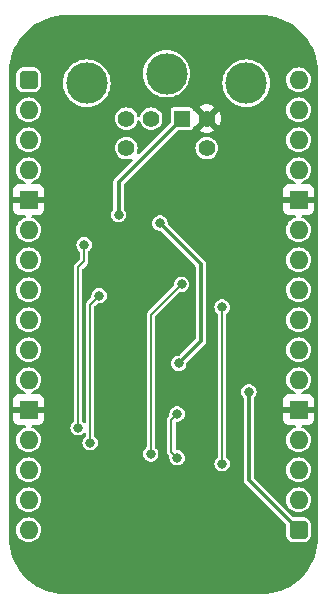
<source format=gbr>
%TF.GenerationSoftware,KiCad,Pcbnew,7.0.5*%
%TF.CreationDate,2023-12-18T07:33:01+02:00*%
%TF.ProjectId,PS2 Timing,50533220-5469-46d6-996e-672e6b696361,rev?*%
%TF.SameCoordinates,Original*%
%TF.FileFunction,Copper,L2,Bot*%
%TF.FilePolarity,Positive*%
%FSLAX46Y46*%
G04 Gerber Fmt 4.6, Leading zero omitted, Abs format (unit mm)*
G04 Created by KiCad (PCBNEW 7.0.5) date 2023-12-18 07:33:01*
%MOMM*%
%LPD*%
G01*
G04 APERTURE LIST*
G04 Aperture macros list*
%AMRoundRect*
0 Rectangle with rounded corners*
0 $1 Rounding radius*
0 $2 $3 $4 $5 $6 $7 $8 $9 X,Y pos of 4 corners*
0 Add a 4 corners polygon primitive as box body*
4,1,4,$2,$3,$4,$5,$6,$7,$8,$9,$2,$3,0*
0 Add four circle primitives for the rounded corners*
1,1,$1+$1,$2,$3*
1,1,$1+$1,$4,$5*
1,1,$1+$1,$6,$7*
1,1,$1+$1,$8,$9*
0 Add four rect primitives between the rounded corners*
20,1,$1+$1,$2,$3,$4,$5,0*
20,1,$1+$1,$4,$5,$6,$7,0*
20,1,$1+$1,$6,$7,$8,$9,0*
20,1,$1+$1,$8,$9,$2,$3,0*%
G04 Aperture macros list end*
%TA.AperFunction,ComponentPad*%
%ADD10RoundRect,0.400000X-0.400000X-0.400000X0.400000X-0.400000X0.400000X0.400000X-0.400000X0.400000X0*%
%TD*%
%TA.AperFunction,ComponentPad*%
%ADD11O,1.600000X1.600000*%
%TD*%
%TA.AperFunction,ComponentPad*%
%ADD12R,1.600000X1.600000*%
%TD*%
%TA.AperFunction,ComponentPad*%
%ADD13C,3.510000*%
%TD*%
%TA.AperFunction,ComponentPad*%
%ADD14R,1.400000X1.400000*%
%TD*%
%TA.AperFunction,ComponentPad*%
%ADD15C,1.400000*%
%TD*%
%TA.AperFunction,ViaPad*%
%ADD16C,0.800000*%
%TD*%
%TA.AperFunction,Conductor*%
%ADD17C,0.380000*%
%TD*%
%TA.AperFunction,Conductor*%
%ADD18C,0.200000*%
%TD*%
G04 APERTURE END LIST*
D10*
%TO.P,J2,1,Pin_1*%
%TO.N,/5V*%
X114300000Y-53340000D03*
D11*
%TO.P,J2,2,Pin_2*%
%TO.N,unconnected-(J2-Pin_2-Pad2)*%
X114300000Y-55880000D03*
%TO.P,J2,3,Pin_3*%
%TO.N,unconnected-(J2-Pin_3-Pad3)*%
X114300000Y-58420000D03*
%TO.P,J2,4,Pin_4*%
%TO.N,unconnected-(J2-Pin_4-Pad4)*%
X114300000Y-60960000D03*
D12*
%TO.P,J2,5,Pin_5*%
%TO.N,/GND*%
X114300000Y-63500000D03*
D11*
%TO.P,J2,6,Pin_6*%
%TO.N,/Data*%
X114300000Y-66040000D03*
%TO.P,J2,7,Pin_7*%
%TO.N,/Clock*%
X114300000Y-68580000D03*
%TO.P,J2,8,Pin_8*%
%TO.N,/~{Clock}*%
X114300000Y-71120000D03*
%TO.P,J2,9,Pin_9*%
%TO.N,unconnected-(J2-Pin_9-Pad9)*%
X114300000Y-73660000D03*
%TO.P,J2,10,Pin_10*%
%TO.N,/RC Packet Pulse*%
X114300000Y-76200000D03*
%TO.P,J2,11,Pin_11*%
%TO.N,unconnected-(J2-Pin_11-Pad11)*%
X114300000Y-78740000D03*
D12*
%TO.P,J2,12,Pin_12*%
%TO.N,/GND*%
X114300000Y-81280000D03*
D11*
%TO.P,J2,13,Pin_13*%
%TO.N,unconnected-(J2-Pin_13-Pad13)*%
X114300000Y-83820000D03*
%TO.P,J2,14,Pin_14*%
%TO.N,unconnected-(J2-Pin_14-Pad14)*%
X114300000Y-86360000D03*
%TO.P,J2,15,Pin_15*%
%TO.N,unconnected-(J2-Pin_15-Pad15)*%
X114300000Y-88900000D03*
%TO.P,J2,16,Pin_16*%
%TO.N,unconnected-(J2-Pin_16-Pad16)*%
X114300000Y-91440000D03*
D10*
%TO.P,J2,17,Pin_17*%
%TO.N,/5V*%
X137160000Y-91440000D03*
D11*
%TO.P,J2,18,Pin_18*%
%TO.N,/~{Code Pulse}*%
X137160000Y-88900000D03*
%TO.P,J2,19,Pin_19*%
%TO.N,/Packet Pulse*%
X137160000Y-86360000D03*
%TO.P,J2,20,Pin_20*%
%TO.N,/Packet Pulse_{2}*%
X137160000Y-83820000D03*
D12*
%TO.P,J2,21,Pin_21*%
%TO.N,/GND*%
X137160000Y-81280000D03*
D11*
%TO.P,J2,22,Pin_22*%
%TO.N,/~{Packet Pulse}*%
X137160000Y-78740000D03*
%TO.P,J2,23,Pin_23*%
%TO.N,/RC Code Pulse*%
X137160000Y-76200000D03*
%TO.P,J2,24,Pin_24*%
%TO.N,unconnected-(J2-Pin_24-Pad24)*%
X137160000Y-73660000D03*
%TO.P,J2,25,Pin_25*%
%TO.N,unconnected-(J2-Pin_25-Pad25)*%
X137160000Y-71120000D03*
%TO.P,J2,26,Pin_26*%
%TO.N,unconnected-(J2-Pin_26-Pad26)*%
X137160000Y-68580000D03*
%TO.P,J2,27,Pin_27*%
%TO.N,unconnected-(J2-Pin_27-Pad27)*%
X137160000Y-66040000D03*
D12*
%TO.P,J2,28,Pin_28*%
%TO.N,/GND*%
X137160000Y-63500000D03*
D11*
%TO.P,J2,29,Pin_29*%
%TO.N,unconnected-(J2-Pin_29-Pad29)*%
X137160000Y-60960000D03*
%TO.P,J2,30,Pin_30*%
%TO.N,unconnected-(J2-Pin_30-Pad30)*%
X137160000Y-58420000D03*
%TO.P,J2,31,Pin_31*%
%TO.N,unconnected-(J2-Pin_31-Pad31)*%
X137160000Y-55880000D03*
%TO.P,J2,32,Pin_32*%
%TO.N,unconnected-(J2-Pin_32-Pad32)*%
X137160000Y-53340000D03*
%TD*%
D13*
%TO.P,J4,*%
%TO.N,*%
X119234000Y-53632000D03*
X125984000Y-52832000D03*
X132734000Y-53632000D03*
D14*
%TO.P,J4,1*%
%TO.N,/Data_{IN}*%
X127284000Y-56632000D03*
D15*
%TO.P,J4,2*%
%TO.N,unconnected-(J4-Pad2)*%
X124684000Y-56632000D03*
%TO.P,J4,3*%
%TO.N,/GND*%
X129384000Y-56632000D03*
%TO.P,J4,4*%
%TO.N,/5V*%
X122584000Y-56632000D03*
%TO.P,J4,5*%
%TO.N,/Clock_{IN}*%
X129384000Y-59132000D03*
%TO.P,J4,6*%
%TO.N,unconnected-(J4-Pad6)*%
X122584000Y-59132000D03*
%TD*%
D16*
%TO.N,/GND*%
X122301000Y-67183000D03*
X123952000Y-87884000D03*
X123698000Y-78867000D03*
X129667000Y-89154000D03*
X129667000Y-81915000D03*
%TO.N,/Clock*%
X118999000Y-67310000D03*
X118491000Y-82804000D03*
%TO.N,/5V*%
X132956300Y-79768700D03*
X125425200Y-65481200D03*
X127019600Y-77348784D03*
%TO.N,/Data_{IN}*%
X121920000Y-64770000D03*
%TO.N,/RC Code Pulse*%
X130683000Y-72593200D03*
X130683000Y-85852000D03*
%TO.N,/Packet Pulse*%
X124643301Y-85019299D03*
X127253999Y-70657999D03*
%TO.N,/~{Clock}*%
X119507000Y-84074000D03*
X120269000Y-71628000D03*
%TO.N,/~{Packet Pulse}_{2}*%
X126873000Y-85344000D03*
X126873000Y-81635600D03*
%TD*%
D17*
%TO.N,/GND*%
X125984000Y-63500000D02*
X123571000Y-65913000D01*
X137160000Y-63500000D02*
X125984000Y-63500000D01*
X114300000Y-63500000D02*
X118618000Y-63500000D01*
X118618000Y-63500000D02*
X122301000Y-67183000D01*
X123571000Y-62445000D02*
X129384000Y-56632000D01*
X123571000Y-65913000D02*
X123571000Y-62445000D01*
X122301000Y-67183000D02*
X123571000Y-65913000D01*
%TO.N,/Data_{IN}*%
X121920000Y-61996000D02*
X121920000Y-64770000D01*
X127284000Y-56632000D02*
X121920000Y-61996000D01*
%TO.N,/GND*%
X123698000Y-87630000D02*
X123952000Y-87884000D01*
X123698000Y-78867000D02*
X123698000Y-87630000D01*
X129667000Y-81915000D02*
X129667000Y-89154000D01*
D18*
%TO.N,/Packet Pulse*%
X124643300Y-73268698D02*
X124643301Y-85019299D01*
X127253999Y-70657999D02*
X124643300Y-73268698D01*
%TO.N,/~{Packet Pulse}_{2}*%
X126873000Y-81635600D02*
X126400811Y-82107789D01*
X126400811Y-82107789D02*
X126400811Y-84871811D01*
X126400811Y-84871811D02*
X126873000Y-85344000D01*
%TO.N,/RC Code Pulse*%
X130683000Y-72593200D02*
X130683000Y-85852000D01*
%TO.N,/Clock*%
X118999000Y-68707000D02*
X118999000Y-67310000D01*
X118491000Y-69215000D02*
X118999000Y-68707000D01*
X118491000Y-82804000D02*
X118491000Y-69215000D01*
D17*
%TO.N,/5V*%
X128905000Y-68961000D02*
X128905000Y-75463384D01*
X137160000Y-91440000D02*
X132969000Y-87249000D01*
X128905000Y-75463384D02*
X127019600Y-77348784D01*
X125425200Y-65481200D02*
X128905000Y-68961000D01*
X132969000Y-87249000D02*
X132969000Y-79781400D01*
X132969000Y-79781400D02*
X132956300Y-79768700D01*
D18*
%TO.N,/~{Clock}*%
X119507000Y-72390000D02*
X120269000Y-71628000D01*
X119507000Y-84074000D02*
X119507000Y-72390000D01*
%TD*%
%TA.AperFunction,Conductor*%
%TO.N,/GND*%
G36*
X133986351Y-47875559D02*
G01*
X134403236Y-47893760D01*
X134408589Y-47894229D01*
X134820967Y-47948519D01*
X134826268Y-47949454D01*
X135232335Y-48039477D01*
X135237525Y-48040867D01*
X135634209Y-48165941D01*
X135639286Y-48167789D01*
X136023552Y-48326958D01*
X136028422Y-48329229D01*
X136397371Y-48521291D01*
X136402020Y-48523976D01*
X136752809Y-48747454D01*
X136757231Y-48750550D01*
X137087197Y-49003741D01*
X137091342Y-49007220D01*
X137363881Y-49256957D01*
X137397975Y-49288198D01*
X137401801Y-49292024D01*
X137682779Y-49598657D01*
X137686258Y-49602802D01*
X137939449Y-49932768D01*
X137942548Y-49937194D01*
X138166018Y-50287972D01*
X138168712Y-50292635D01*
X138360761Y-50661559D01*
X138363048Y-50666463D01*
X138522208Y-51050709D01*
X138524059Y-51055794D01*
X138649125Y-51452450D01*
X138650525Y-51457677D01*
X138740543Y-51863725D01*
X138741483Y-51869054D01*
X138795768Y-52281393D01*
X138796240Y-52286784D01*
X138814441Y-52703648D01*
X138814500Y-52706352D01*
X138814500Y-92073646D01*
X138814441Y-92076350D01*
X138796240Y-92493215D01*
X138795768Y-92498606D01*
X138741483Y-92910945D01*
X138740543Y-92916274D01*
X138650525Y-93322322D01*
X138649125Y-93327549D01*
X138524059Y-93724205D01*
X138522208Y-93729290D01*
X138363048Y-94113536D01*
X138360761Y-94118440D01*
X138168719Y-94487351D01*
X138166013Y-94492037D01*
X137942553Y-94842798D01*
X137939449Y-94847231D01*
X137686258Y-95177197D01*
X137682779Y-95181342D01*
X137401801Y-95487975D01*
X137397975Y-95491801D01*
X137091342Y-95772779D01*
X137087197Y-95776258D01*
X136757231Y-96029449D01*
X136752798Y-96032553D01*
X136402037Y-96256013D01*
X136397351Y-96258719D01*
X136028440Y-96450761D01*
X136023536Y-96453048D01*
X135639290Y-96612208D01*
X135634205Y-96614059D01*
X135237549Y-96739125D01*
X135232322Y-96740525D01*
X134826274Y-96830543D01*
X134820945Y-96831483D01*
X134408606Y-96885768D01*
X134403215Y-96886240D01*
X133986351Y-96904441D01*
X133983647Y-96904500D01*
X117476353Y-96904500D01*
X117473649Y-96904441D01*
X117056784Y-96886240D01*
X117051393Y-96885768D01*
X116845223Y-96858625D01*
X116639051Y-96831482D01*
X116633725Y-96830543D01*
X116227677Y-96740525D01*
X116222458Y-96739127D01*
X116036218Y-96680405D01*
X115825794Y-96614059D01*
X115820709Y-96612208D01*
X115600171Y-96520858D01*
X115436457Y-96453045D01*
X115431567Y-96450765D01*
X115062635Y-96258712D01*
X115057972Y-96256018D01*
X114707194Y-96032548D01*
X114702768Y-96029449D01*
X114372802Y-95776258D01*
X114368657Y-95772779D01*
X114062024Y-95491801D01*
X114058198Y-95487975D01*
X113777220Y-95181342D01*
X113773741Y-95177197D01*
X113520550Y-94847231D01*
X113517454Y-94842809D01*
X113293976Y-94492020D01*
X113291291Y-94487371D01*
X113099229Y-94118422D01*
X113096958Y-94113552D01*
X112937789Y-93729286D01*
X112935940Y-93724205D01*
X112810867Y-93327525D01*
X112809477Y-93322335D01*
X112719454Y-92916268D01*
X112718519Y-92910967D01*
X112664229Y-92498589D01*
X112663760Y-92493236D01*
X112645559Y-92076350D01*
X112645500Y-92073646D01*
X112645500Y-91439999D01*
X113244417Y-91439999D01*
X113264699Y-91645932D01*
X113264700Y-91645934D01*
X113324768Y-91843954D01*
X113422315Y-92026450D01*
X113422317Y-92026452D01*
X113553589Y-92186410D01*
X113650209Y-92265702D01*
X113713550Y-92317685D01*
X113896046Y-92415232D01*
X114094066Y-92475300D01*
X114094065Y-92475300D01*
X114112529Y-92477118D01*
X114300000Y-92495583D01*
X114505934Y-92475300D01*
X114703954Y-92415232D01*
X114886450Y-92317685D01*
X115046410Y-92186410D01*
X115177685Y-92026450D01*
X115275232Y-91843954D01*
X115335300Y-91645934D01*
X115355583Y-91440000D01*
X115335300Y-91234066D01*
X115275232Y-91036046D01*
X115177685Y-90853550D01*
X115116998Y-90779602D01*
X115046410Y-90693589D01*
X114886452Y-90562317D01*
X114886453Y-90562317D01*
X114886450Y-90562315D01*
X114703954Y-90464768D01*
X114505934Y-90404700D01*
X114505932Y-90404699D01*
X114505934Y-90404699D01*
X114318463Y-90386235D01*
X114300000Y-90384417D01*
X114299999Y-90384417D01*
X114094067Y-90404699D01*
X113896043Y-90464769D01*
X113789129Y-90521917D01*
X113713550Y-90562315D01*
X113713548Y-90562316D01*
X113713547Y-90562317D01*
X113553589Y-90693589D01*
X113422317Y-90853547D01*
X113324769Y-91036043D01*
X113264699Y-91234067D01*
X113244417Y-91439999D01*
X112645500Y-91439999D01*
X112645500Y-88900000D01*
X113244417Y-88900000D01*
X113264699Y-89105932D01*
X113264700Y-89105934D01*
X113324768Y-89303954D01*
X113422315Y-89486450D01*
X113422317Y-89486452D01*
X113553589Y-89646410D01*
X113650209Y-89725702D01*
X113713550Y-89777685D01*
X113896046Y-89875232D01*
X114094066Y-89935300D01*
X114094065Y-89935300D01*
X114112529Y-89937118D01*
X114300000Y-89955583D01*
X114505934Y-89935300D01*
X114703954Y-89875232D01*
X114886450Y-89777685D01*
X115046410Y-89646410D01*
X115177685Y-89486450D01*
X115275232Y-89303954D01*
X115335300Y-89105934D01*
X115355583Y-88900000D01*
X115335300Y-88694066D01*
X115275232Y-88496046D01*
X115177685Y-88313550D01*
X115125702Y-88250209D01*
X115046410Y-88153589D01*
X114886452Y-88022317D01*
X114886453Y-88022317D01*
X114886450Y-88022315D01*
X114703954Y-87924768D01*
X114505934Y-87864700D01*
X114505932Y-87864699D01*
X114505934Y-87864699D01*
X114300000Y-87844417D01*
X114094067Y-87864699D01*
X113896043Y-87924769D01*
X113785897Y-87983643D01*
X113713550Y-88022315D01*
X113713548Y-88022316D01*
X113713547Y-88022317D01*
X113553589Y-88153589D01*
X113422317Y-88313547D01*
X113324769Y-88496043D01*
X113264699Y-88694067D01*
X113244417Y-88900000D01*
X112645500Y-88900000D01*
X112645500Y-86359999D01*
X113244417Y-86359999D01*
X113264699Y-86565932D01*
X113264700Y-86565934D01*
X113324768Y-86763954D01*
X113422315Y-86946450D01*
X113422317Y-86946452D01*
X113553589Y-87106410D01*
X113650209Y-87185702D01*
X113713550Y-87237685D01*
X113896046Y-87335232D01*
X114094066Y-87395300D01*
X114094065Y-87395300D01*
X114102503Y-87396131D01*
X114300000Y-87415583D01*
X114505934Y-87395300D01*
X114703954Y-87335232D01*
X114886450Y-87237685D01*
X115046410Y-87106410D01*
X115177685Y-86946450D01*
X115275232Y-86763954D01*
X115335300Y-86565934D01*
X115355583Y-86360000D01*
X115335300Y-86154066D01*
X115275232Y-85956046D01*
X115177685Y-85773550D01*
X115125702Y-85710209D01*
X115046410Y-85613589D01*
X114886452Y-85482317D01*
X114886453Y-85482317D01*
X114886450Y-85482315D01*
X114703954Y-85384768D01*
X114505934Y-85324700D01*
X114505932Y-85324699D01*
X114505934Y-85324699D01*
X114300000Y-85304417D01*
X114094067Y-85324699D01*
X113896043Y-85384769D01*
X113785897Y-85443643D01*
X113713550Y-85482315D01*
X113713548Y-85482316D01*
X113713547Y-85482317D01*
X113553589Y-85613589D01*
X113422317Y-85773547D01*
X113422315Y-85773550D01*
X113419653Y-85778530D01*
X113324769Y-85956043D01*
X113264699Y-86154067D01*
X113244417Y-86359999D01*
X112645500Y-86359999D01*
X112645500Y-85019299D01*
X123988023Y-85019299D01*
X124007063Y-85176117D01*
X124043153Y-85271276D01*
X124063081Y-85323822D01*
X124152818Y-85453829D01*
X124271061Y-85558582D01*
X124271063Y-85558583D01*
X124410935Y-85631995D01*
X124564315Y-85669799D01*
X124564316Y-85669799D01*
X124722286Y-85669799D01*
X124875666Y-85631995D01*
X124910735Y-85613589D01*
X125015541Y-85558582D01*
X125133784Y-85453829D01*
X125223521Y-85323822D01*
X125279538Y-85176117D01*
X125298579Y-85019299D01*
X125294681Y-84987191D01*
X125279538Y-84862480D01*
X125277508Y-84857127D01*
X126045768Y-84857127D01*
X126049834Y-84889749D01*
X126050310Y-84897411D01*
X126050310Y-84900844D01*
X126050312Y-84900863D01*
X126053687Y-84921088D01*
X126054056Y-84923620D01*
X126060238Y-84973204D01*
X126062331Y-84980237D01*
X126064718Y-84987190D01*
X126064719Y-84987192D01*
X126072419Y-85001420D01*
X126088502Y-85031141D01*
X126089675Y-85033419D01*
X126111613Y-85078295D01*
X126111615Y-85078297D01*
X126115882Y-85084275D01*
X126120393Y-85090070D01*
X126157152Y-85123909D01*
X126159001Y-85125683D01*
X126192309Y-85158991D01*
X126225794Y-85220314D01*
X126227724Y-85261617D01*
X126217722Y-85343999D01*
X126217722Y-85344000D01*
X126236762Y-85500818D01*
X126286512Y-85631995D01*
X126292780Y-85648523D01*
X126382517Y-85778530D01*
X126500760Y-85883283D01*
X126500762Y-85883284D01*
X126640634Y-85956696D01*
X126794014Y-85994500D01*
X126794015Y-85994500D01*
X126951985Y-85994500D01*
X127105365Y-85956696D01*
X127106609Y-85956043D01*
X127245240Y-85883283D01*
X127280552Y-85852000D01*
X130027721Y-85852000D01*
X130046762Y-86008818D01*
X130101848Y-86154066D01*
X130102780Y-86156523D01*
X130192517Y-86286530D01*
X130310760Y-86391283D01*
X130310762Y-86391284D01*
X130450634Y-86464696D01*
X130604014Y-86502500D01*
X130604015Y-86502500D01*
X130761985Y-86502500D01*
X130915365Y-86464696D01*
X130915365Y-86464695D01*
X131055240Y-86391283D01*
X131173483Y-86286530D01*
X131263220Y-86156523D01*
X131319237Y-86008818D01*
X131338278Y-85852000D01*
X131319237Y-85695182D01*
X131263220Y-85547477D01*
X131173483Y-85417470D01*
X131075272Y-85330463D01*
X131038147Y-85271276D01*
X131033500Y-85237649D01*
X131033500Y-79768700D01*
X132301022Y-79768700D01*
X132320062Y-79925518D01*
X132362208Y-80036645D01*
X132376080Y-80073223D01*
X132465817Y-80203230D01*
X132472867Y-80209476D01*
X132486725Y-80221752D01*
X132523853Y-80280940D01*
X132528500Y-80314569D01*
X132528500Y-87220771D01*
X132528110Y-87227719D01*
X132523834Y-87265656D01*
X132529728Y-87296805D01*
X132534438Y-87321698D01*
X132534821Y-87323952D01*
X132543315Y-87380305D01*
X132545781Y-87388301D01*
X132548521Y-87396130D01*
X132575145Y-87446504D01*
X132576190Y-87448574D01*
X132600930Y-87499948D01*
X132605586Y-87506778D01*
X132610569Y-87513528D01*
X132610571Y-87513532D01*
X132650876Y-87553837D01*
X132652459Y-87555481D01*
X132691250Y-87597287D01*
X132698516Y-87603081D01*
X132697978Y-87603754D01*
X132710072Y-87613033D01*
X136073181Y-90976142D01*
X136106666Y-91037465D01*
X136109500Y-91063823D01*
X136109500Y-91905701D01*
X136112401Y-91942567D01*
X136112402Y-91942573D01*
X136158254Y-92100393D01*
X136158255Y-92100396D01*
X136241917Y-92241862D01*
X136241923Y-92241870D01*
X136358129Y-92358076D01*
X136358133Y-92358079D01*
X136358135Y-92358081D01*
X136499602Y-92441744D01*
X136541224Y-92453836D01*
X136657426Y-92487597D01*
X136657429Y-92487597D01*
X136657431Y-92487598D01*
X136694306Y-92490500D01*
X136694314Y-92490500D01*
X137625686Y-92490500D01*
X137625694Y-92490500D01*
X137662569Y-92487598D01*
X137662571Y-92487597D01*
X137662573Y-92487597D01*
X137704899Y-92475300D01*
X137820398Y-92441744D01*
X137961865Y-92358081D01*
X138078081Y-92241865D01*
X138161744Y-92100398D01*
X138207598Y-91942569D01*
X138210500Y-91905694D01*
X138210500Y-90974306D01*
X138207598Y-90937431D01*
X138161744Y-90779602D01*
X138078081Y-90638135D01*
X138078079Y-90638133D01*
X138078076Y-90638129D01*
X137961870Y-90521923D01*
X137961862Y-90521917D01*
X137865229Y-90464769D01*
X137820398Y-90438256D01*
X137820397Y-90438255D01*
X137820396Y-90438255D01*
X137820393Y-90438254D01*
X137662573Y-90392402D01*
X137662567Y-90392401D01*
X137625701Y-90389500D01*
X137625694Y-90389500D01*
X136783823Y-90389500D01*
X136716784Y-90369815D01*
X136696142Y-90353181D01*
X135242961Y-88900000D01*
X136104417Y-88900000D01*
X136124699Y-89105932D01*
X136124700Y-89105934D01*
X136184768Y-89303954D01*
X136282315Y-89486450D01*
X136282317Y-89486452D01*
X136413589Y-89646410D01*
X136510209Y-89725702D01*
X136573550Y-89777685D01*
X136756046Y-89875232D01*
X136954066Y-89935300D01*
X136954065Y-89935300D01*
X136972529Y-89937118D01*
X137160000Y-89955583D01*
X137365934Y-89935300D01*
X137563954Y-89875232D01*
X137746450Y-89777685D01*
X137906410Y-89646410D01*
X138037685Y-89486450D01*
X138135232Y-89303954D01*
X138195300Y-89105934D01*
X138215583Y-88900000D01*
X138195300Y-88694066D01*
X138135232Y-88496046D01*
X138037685Y-88313550D01*
X137985702Y-88250209D01*
X137906410Y-88153589D01*
X137746452Y-88022317D01*
X137746453Y-88022317D01*
X137746450Y-88022315D01*
X137563954Y-87924768D01*
X137365934Y-87864700D01*
X137365932Y-87864699D01*
X137365934Y-87864699D01*
X137160000Y-87844417D01*
X136954067Y-87864699D01*
X136756043Y-87924769D01*
X136645897Y-87983643D01*
X136573550Y-88022315D01*
X136573548Y-88022316D01*
X136573547Y-88022317D01*
X136413589Y-88153589D01*
X136282317Y-88313547D01*
X136184769Y-88496043D01*
X136124699Y-88694067D01*
X136104417Y-88900000D01*
X135242961Y-88900000D01*
X133445819Y-87102858D01*
X133412334Y-87041535D01*
X133409500Y-87015177D01*
X133409500Y-86359999D01*
X136104417Y-86359999D01*
X136124699Y-86565932D01*
X136124700Y-86565934D01*
X136184768Y-86763954D01*
X136282315Y-86946450D01*
X136282317Y-86946452D01*
X136413589Y-87106410D01*
X136510209Y-87185702D01*
X136573550Y-87237685D01*
X136756046Y-87335232D01*
X136954066Y-87395300D01*
X136954065Y-87395300D01*
X136962503Y-87396131D01*
X137160000Y-87415583D01*
X137365934Y-87395300D01*
X137563954Y-87335232D01*
X137746450Y-87237685D01*
X137906410Y-87106410D01*
X138037685Y-86946450D01*
X138135232Y-86763954D01*
X138195300Y-86565934D01*
X138215583Y-86360000D01*
X138195300Y-86154066D01*
X138135232Y-85956046D01*
X138037685Y-85773550D01*
X137985702Y-85710209D01*
X137906410Y-85613589D01*
X137746452Y-85482317D01*
X137746453Y-85482317D01*
X137746450Y-85482315D01*
X137563954Y-85384768D01*
X137365934Y-85324700D01*
X137365932Y-85324699D01*
X137365934Y-85324699D01*
X137160000Y-85304417D01*
X136954067Y-85324699D01*
X136756043Y-85384769D01*
X136645897Y-85443643D01*
X136573550Y-85482315D01*
X136573548Y-85482316D01*
X136573547Y-85482317D01*
X136413589Y-85613589D01*
X136282317Y-85773547D01*
X136282315Y-85773550D01*
X136279653Y-85778530D01*
X136184769Y-85956043D01*
X136124699Y-86154067D01*
X136104417Y-86359999D01*
X133409500Y-86359999D01*
X133409500Y-83769475D01*
X133409500Y-82127844D01*
X135860000Y-82127844D01*
X135866401Y-82187372D01*
X135866403Y-82187379D01*
X135916645Y-82322086D01*
X135916649Y-82322093D01*
X136002809Y-82437187D01*
X136002812Y-82437190D01*
X136117906Y-82523350D01*
X136117913Y-82523354D01*
X136252620Y-82573596D01*
X136252627Y-82573598D01*
X136312155Y-82579999D01*
X136312172Y-82580000D01*
X136792930Y-82580000D01*
X136859969Y-82599685D01*
X136905724Y-82652489D01*
X136915668Y-82721647D01*
X136886643Y-82785203D01*
X136828925Y-82822660D01*
X136756046Y-82844768D01*
X136756043Y-82844769D01*
X136645897Y-82903643D01*
X136573550Y-82942315D01*
X136573548Y-82942316D01*
X136573547Y-82942317D01*
X136413589Y-83073589D01*
X136282317Y-83233547D01*
X136282315Y-83233550D01*
X136251707Y-83290813D01*
X136184769Y-83416043D01*
X136124699Y-83614067D01*
X136104417Y-83820000D01*
X136124699Y-84025932D01*
X136124700Y-84025934D01*
X136184768Y-84223954D01*
X136282315Y-84406450D01*
X136282317Y-84406452D01*
X136413589Y-84566410D01*
X136470705Y-84613283D01*
X136573550Y-84697685D01*
X136756046Y-84795232D01*
X136954066Y-84855300D01*
X136954065Y-84855300D01*
X136972529Y-84857118D01*
X137160000Y-84875583D01*
X137365934Y-84855300D01*
X137563954Y-84795232D01*
X137746450Y-84697685D01*
X137906410Y-84566410D01*
X138037685Y-84406450D01*
X138135232Y-84223954D01*
X138195300Y-84025934D01*
X138215583Y-83820000D01*
X138195300Y-83614066D01*
X138135232Y-83416046D01*
X138037685Y-83233550D01*
X137985702Y-83170209D01*
X137906410Y-83073589D01*
X137746452Y-82942317D01*
X137746453Y-82942317D01*
X137746450Y-82942315D01*
X137563954Y-82844768D01*
X137491074Y-82822660D01*
X137432636Y-82784363D01*
X137404180Y-82720551D01*
X137414740Y-82651484D01*
X137460964Y-82599090D01*
X137527070Y-82580000D01*
X138007828Y-82580000D01*
X138007844Y-82579999D01*
X138067372Y-82573598D01*
X138067379Y-82573596D01*
X138202086Y-82523354D01*
X138202093Y-82523350D01*
X138317187Y-82437190D01*
X138317190Y-82437187D01*
X138403350Y-82322093D01*
X138403354Y-82322086D01*
X138453596Y-82187379D01*
X138453598Y-82187372D01*
X138459999Y-82127844D01*
X138460000Y-82127827D01*
X138460000Y-81530000D01*
X137593686Y-81530000D01*
X137619493Y-81489844D01*
X137660000Y-81351889D01*
X137660000Y-81208111D01*
X137619493Y-81070156D01*
X137593686Y-81030000D01*
X138460000Y-81030000D01*
X138460000Y-80432172D01*
X138459999Y-80432155D01*
X138453598Y-80372627D01*
X138453596Y-80372620D01*
X138403354Y-80237913D01*
X138403350Y-80237906D01*
X138317190Y-80122812D01*
X138317187Y-80122809D01*
X138202093Y-80036649D01*
X138202086Y-80036645D01*
X138067379Y-79986403D01*
X138067372Y-79986401D01*
X138007844Y-79980000D01*
X137527070Y-79980000D01*
X137460031Y-79960315D01*
X137414276Y-79907511D01*
X137404332Y-79838353D01*
X137433357Y-79774797D01*
X137491074Y-79737339D01*
X137563954Y-79715232D01*
X137746450Y-79617685D01*
X137906410Y-79486410D01*
X138037685Y-79326450D01*
X138135232Y-79143954D01*
X138195300Y-78945934D01*
X138215583Y-78740000D01*
X138195300Y-78534066D01*
X138135232Y-78336046D01*
X138037685Y-78153550D01*
X137985702Y-78090209D01*
X137906410Y-77993589D01*
X137746452Y-77862317D01*
X137746453Y-77862317D01*
X137746450Y-77862315D01*
X137563954Y-77764768D01*
X137365934Y-77704700D01*
X137365932Y-77704699D01*
X137365934Y-77704699D01*
X137160000Y-77684417D01*
X136954067Y-77704699D01*
X136756043Y-77764769D01*
X136645897Y-77823643D01*
X136573550Y-77862315D01*
X136573548Y-77862316D01*
X136573547Y-77862317D01*
X136413589Y-77993589D01*
X136282317Y-78153547D01*
X136184769Y-78336043D01*
X136124699Y-78534067D01*
X136104417Y-78739999D01*
X136124699Y-78945932D01*
X136124700Y-78945934D01*
X136184768Y-79143954D01*
X136282315Y-79326450D01*
X136316969Y-79368677D01*
X136413589Y-79486410D01*
X136510209Y-79565702D01*
X136573550Y-79617685D01*
X136756046Y-79715232D01*
X136828925Y-79737339D01*
X136887364Y-79775637D01*
X136915820Y-79839449D01*
X136905260Y-79908516D01*
X136859036Y-79960910D01*
X136792930Y-79980000D01*
X136312155Y-79980000D01*
X136252627Y-79986401D01*
X136252620Y-79986403D01*
X136117913Y-80036645D01*
X136117906Y-80036649D01*
X136002812Y-80122809D01*
X136002809Y-80122812D01*
X135916649Y-80237906D01*
X135916645Y-80237913D01*
X135866403Y-80372620D01*
X135866401Y-80372627D01*
X135860000Y-80432155D01*
X135860000Y-81030000D01*
X136726314Y-81030000D01*
X136700507Y-81070156D01*
X136660000Y-81208111D01*
X136660000Y-81351889D01*
X136700507Y-81489844D01*
X136726314Y-81530000D01*
X135860000Y-81530000D01*
X135860000Y-82127844D01*
X133409500Y-82127844D01*
X133409500Y-80292063D01*
X133429184Y-80225028D01*
X133442521Y-80209476D01*
X133441809Y-80208845D01*
X133446781Y-80203232D01*
X133446781Y-80203231D01*
X133446783Y-80203230D01*
X133536520Y-80073223D01*
X133592537Y-79925518D01*
X133611578Y-79768700D01*
X133592537Y-79611882D01*
X133536520Y-79464177D01*
X133446783Y-79334170D01*
X133328540Y-79229417D01*
X133328538Y-79229416D01*
X133328537Y-79229415D01*
X133188665Y-79156003D01*
X133035286Y-79118200D01*
X133035285Y-79118200D01*
X132877315Y-79118200D01*
X132877314Y-79118200D01*
X132723934Y-79156003D01*
X132584062Y-79229415D01*
X132465816Y-79334171D01*
X132376081Y-79464175D01*
X132376080Y-79464176D01*
X132320062Y-79611881D01*
X132301022Y-79768699D01*
X132301022Y-79768700D01*
X131033500Y-79768700D01*
X131033500Y-76200000D01*
X136104417Y-76200000D01*
X136124699Y-76405932D01*
X136124700Y-76405934D01*
X136184768Y-76603954D01*
X136282315Y-76786450D01*
X136316969Y-76828677D01*
X136413589Y-76946410D01*
X136510209Y-77025702D01*
X136573550Y-77077685D01*
X136756046Y-77175232D01*
X136954066Y-77235300D01*
X136954065Y-77235300D01*
X136972529Y-77237118D01*
X137160000Y-77255583D01*
X137365934Y-77235300D01*
X137563954Y-77175232D01*
X137746450Y-77077685D01*
X137906410Y-76946410D01*
X138037685Y-76786450D01*
X138135232Y-76603954D01*
X138195300Y-76405934D01*
X138215583Y-76200000D01*
X138195300Y-75994066D01*
X138135232Y-75796046D01*
X138037685Y-75613550D01*
X137968936Y-75529778D01*
X137906410Y-75453589D01*
X137746452Y-75322317D01*
X137746453Y-75322317D01*
X137746450Y-75322315D01*
X137563954Y-75224768D01*
X137365934Y-75164700D01*
X137365932Y-75164699D01*
X137365934Y-75164699D01*
X137178463Y-75146235D01*
X137160000Y-75144417D01*
X137159999Y-75144417D01*
X136954067Y-75164699D01*
X136756043Y-75224769D01*
X136650988Y-75280923D01*
X136573550Y-75322315D01*
X136573548Y-75322316D01*
X136573547Y-75322317D01*
X136413589Y-75453589D01*
X136291617Y-75602215D01*
X136282315Y-75613550D01*
X136251317Y-75671542D01*
X136184769Y-75796043D01*
X136124699Y-75994067D01*
X136104417Y-76200000D01*
X131033500Y-76200000D01*
X131033500Y-73659999D01*
X136104417Y-73659999D01*
X136124699Y-73865932D01*
X136124700Y-73865934D01*
X136184768Y-74063954D01*
X136282315Y-74246450D01*
X136282317Y-74246452D01*
X136413589Y-74406410D01*
X136510209Y-74485702D01*
X136573550Y-74537685D01*
X136756046Y-74635232D01*
X136954066Y-74695300D01*
X136954065Y-74695300D01*
X136974347Y-74697297D01*
X137160000Y-74715583D01*
X137365934Y-74695300D01*
X137563954Y-74635232D01*
X137746450Y-74537685D01*
X137906410Y-74406410D01*
X138037685Y-74246450D01*
X138135232Y-74063954D01*
X138195300Y-73865934D01*
X138215583Y-73660000D01*
X138195300Y-73454066D01*
X138135232Y-73256046D01*
X138037685Y-73073550D01*
X137979114Y-73002180D01*
X137906410Y-72913589D01*
X137746452Y-72782317D01*
X137746453Y-72782317D01*
X137746450Y-72782315D01*
X137563954Y-72684768D01*
X137365934Y-72624700D01*
X137365932Y-72624699D01*
X137365934Y-72624699D01*
X137160000Y-72604417D01*
X136954067Y-72624699D01*
X136756043Y-72684769D01*
X136645897Y-72743643D01*
X136573550Y-72782315D01*
X136573548Y-72782316D01*
X136573547Y-72782317D01*
X136413589Y-72913589D01*
X136282317Y-73073547D01*
X136184769Y-73256043D01*
X136124699Y-73454067D01*
X136104417Y-73659999D01*
X131033500Y-73659999D01*
X131033500Y-73207550D01*
X131053185Y-73140511D01*
X131075271Y-73114736D01*
X131173483Y-73027730D01*
X131263220Y-72897723D01*
X131319237Y-72750018D01*
X131338278Y-72593200D01*
X131319237Y-72436382D01*
X131303902Y-72395948D01*
X131282280Y-72338935D01*
X131263220Y-72288677D01*
X131173483Y-72158670D01*
X131055240Y-72053917D01*
X131055238Y-72053916D01*
X131055237Y-72053915D01*
X130915365Y-71980503D01*
X130761986Y-71942700D01*
X130761985Y-71942700D01*
X130604015Y-71942700D01*
X130604014Y-71942700D01*
X130450634Y-71980503D01*
X130310762Y-72053915D01*
X130192516Y-72158671D01*
X130102781Y-72288675D01*
X130102780Y-72288676D01*
X130046762Y-72436381D01*
X130027721Y-72593199D01*
X130027721Y-72593200D01*
X130046762Y-72750018D01*
X130059012Y-72782317D01*
X130102780Y-72897723D01*
X130113732Y-72913590D01*
X130192517Y-73027731D01*
X130253109Y-73081410D01*
X130290726Y-73114735D01*
X130327853Y-73173923D01*
X130332500Y-73207550D01*
X130332499Y-85237649D01*
X130312814Y-85304688D01*
X130290726Y-85330464D01*
X130192518Y-85417468D01*
X130102781Y-85547475D01*
X130102780Y-85547476D01*
X130046762Y-85695181D01*
X130027721Y-85851999D01*
X130027721Y-85852000D01*
X127280552Y-85852000D01*
X127363483Y-85778530D01*
X127453220Y-85648523D01*
X127509237Y-85500818D01*
X127528278Y-85344000D01*
X127526635Y-85330464D01*
X127509237Y-85187181D01*
X127485914Y-85125683D01*
X127453220Y-85039477D01*
X127363483Y-84909470D01*
X127245240Y-84804717D01*
X127245238Y-84804716D01*
X127245237Y-84804715D01*
X127105365Y-84731303D01*
X126951986Y-84693500D01*
X126951985Y-84693500D01*
X126875311Y-84693500D01*
X126808272Y-84673815D01*
X126762517Y-84621011D01*
X126751311Y-84569500D01*
X126751311Y-82410100D01*
X126770996Y-82343061D01*
X126823800Y-82297306D01*
X126875311Y-82286100D01*
X126951985Y-82286100D01*
X127105365Y-82248296D01*
X127153038Y-82223275D01*
X127245240Y-82174883D01*
X127363483Y-82070130D01*
X127453220Y-81940123D01*
X127509237Y-81792418D01*
X127528278Y-81635600D01*
X127509237Y-81478782D01*
X127453220Y-81331077D01*
X127363483Y-81201070D01*
X127245240Y-81096317D01*
X127245238Y-81096316D01*
X127245237Y-81096315D01*
X127105365Y-81022903D01*
X126951986Y-80985100D01*
X126951985Y-80985100D01*
X126794015Y-80985100D01*
X126794014Y-80985100D01*
X126640634Y-81022903D01*
X126500762Y-81096315D01*
X126382516Y-81201071D01*
X126292781Y-81331075D01*
X126292780Y-81331076D01*
X126236763Y-81478781D01*
X126217722Y-81635600D01*
X126227724Y-81717981D01*
X126216263Y-81786904D01*
X126192309Y-81820607D01*
X126187766Y-81825150D01*
X126167917Y-81841271D01*
X126160142Y-81846351D01*
X126139954Y-81872287D01*
X126134878Y-81878037D01*
X126132445Y-81880470D01*
X126132435Y-81880483D01*
X126120506Y-81897190D01*
X126118975Y-81899242D01*
X126088294Y-81938661D01*
X126084786Y-81945142D01*
X126081572Y-81951720D01*
X126067317Y-81999598D01*
X126066536Y-82002035D01*
X126050310Y-82049301D01*
X126049105Y-82056522D01*
X126048193Y-82063835D01*
X126050258Y-82113737D01*
X126050311Y-82116299D01*
X126050311Y-84822599D01*
X126047672Y-84848043D01*
X126045768Y-84857123D01*
X126045768Y-84857127D01*
X125277508Y-84857127D01*
X125229789Y-84731304D01*
X125223521Y-84714776D01*
X125133784Y-84584769D01*
X125035572Y-84497762D01*
X124998446Y-84438573D01*
X124993800Y-84404947D01*
X124993800Y-73465240D01*
X125013485Y-73398201D01*
X125030114Y-73377564D01*
X127064723Y-71342954D01*
X127126044Y-71309471D01*
X127167269Y-71310038D01*
X127167566Y-71307595D01*
X127175012Y-71308499D01*
X127175014Y-71308499D01*
X127332984Y-71308499D01*
X127486364Y-71270695D01*
X127626239Y-71197282D01*
X127744482Y-71092529D01*
X127834219Y-70962522D01*
X127890236Y-70814817D01*
X127909277Y-70657999D01*
X127890236Y-70501181D01*
X127834219Y-70353476D01*
X127744482Y-70223469D01*
X127626239Y-70118716D01*
X127626237Y-70118715D01*
X127626236Y-70118714D01*
X127486364Y-70045302D01*
X127332985Y-70007499D01*
X127332984Y-70007499D01*
X127175014Y-70007499D01*
X127175013Y-70007499D01*
X127021633Y-70045302D01*
X126881761Y-70118714D01*
X126763515Y-70223470D01*
X126673780Y-70353474D01*
X126673779Y-70353475D01*
X126617762Y-70501180D01*
X126598721Y-70657999D01*
X126608723Y-70740380D01*
X126597262Y-70809303D01*
X126573308Y-70843006D01*
X124430255Y-72986059D01*
X124410406Y-73002180D01*
X124402631Y-73007260D01*
X124382443Y-73033196D01*
X124377367Y-73038946D01*
X124374934Y-73041379D01*
X124374924Y-73041392D01*
X124362995Y-73058099D01*
X124361464Y-73060151D01*
X124330783Y-73099570D01*
X124327275Y-73106051D01*
X124324061Y-73112629D01*
X124324060Y-73112631D01*
X124324060Y-73112632D01*
X124314753Y-73143893D01*
X124309806Y-73160507D01*
X124309025Y-73162944D01*
X124292799Y-73210210D01*
X124291594Y-73217431D01*
X124290682Y-73224746D01*
X124292746Y-73274647D01*
X124292799Y-73277209D01*
X124292800Y-84404948D01*
X124273115Y-84471987D01*
X124251027Y-84497763D01*
X124152819Y-84584767D01*
X124063082Y-84714774D01*
X124063081Y-84714775D01*
X124007063Y-84862480D01*
X123988023Y-85019298D01*
X123988023Y-85019299D01*
X112645500Y-85019299D01*
X112645500Y-82127844D01*
X113000000Y-82127844D01*
X113006401Y-82187372D01*
X113006403Y-82187379D01*
X113056645Y-82322086D01*
X113056649Y-82322093D01*
X113142809Y-82437187D01*
X113142812Y-82437190D01*
X113257906Y-82523350D01*
X113257913Y-82523354D01*
X113392620Y-82573596D01*
X113392627Y-82573598D01*
X113452155Y-82579999D01*
X113452172Y-82580000D01*
X113932930Y-82580000D01*
X113999969Y-82599685D01*
X114045724Y-82652489D01*
X114055668Y-82721647D01*
X114026643Y-82785203D01*
X113968925Y-82822660D01*
X113896046Y-82844768D01*
X113896043Y-82844769D01*
X113785897Y-82903643D01*
X113713550Y-82942315D01*
X113713548Y-82942316D01*
X113713547Y-82942317D01*
X113553589Y-83073589D01*
X113422317Y-83233547D01*
X113422315Y-83233550D01*
X113391707Y-83290813D01*
X113324769Y-83416043D01*
X113264699Y-83614067D01*
X113244417Y-83820000D01*
X113264699Y-84025932D01*
X113264700Y-84025934D01*
X113324768Y-84223954D01*
X113422315Y-84406450D01*
X113422317Y-84406452D01*
X113553589Y-84566410D01*
X113610705Y-84613283D01*
X113713550Y-84697685D01*
X113896046Y-84795232D01*
X114094066Y-84855300D01*
X114094065Y-84855300D01*
X114112529Y-84857118D01*
X114300000Y-84875583D01*
X114505934Y-84855300D01*
X114703954Y-84795232D01*
X114886450Y-84697685D01*
X115046410Y-84566410D01*
X115177685Y-84406450D01*
X115275232Y-84223954D01*
X115335300Y-84025934D01*
X115355583Y-83820000D01*
X115335300Y-83614066D01*
X115275232Y-83416046D01*
X115177685Y-83233550D01*
X115125702Y-83170209D01*
X115046410Y-83073589D01*
X114886452Y-82942317D01*
X114886453Y-82942317D01*
X114886450Y-82942315D01*
X114703954Y-82844768D01*
X114631074Y-82822660D01*
X114602600Y-82804000D01*
X117835721Y-82804000D01*
X117854762Y-82960818D01*
X117910780Y-83108522D01*
X117910780Y-83108523D01*
X118000517Y-83238530D01*
X118118760Y-83343283D01*
X118118762Y-83343284D01*
X118258634Y-83416696D01*
X118412014Y-83454500D01*
X118412015Y-83454500D01*
X118569985Y-83454500D01*
X118723365Y-83416696D01*
X118724609Y-83416043D01*
X118863240Y-83343283D01*
X118950273Y-83266178D01*
X119013506Y-83236457D01*
X119082769Y-83245641D01*
X119136073Y-83290813D01*
X119156493Y-83357632D01*
X119156500Y-83358994D01*
X119156500Y-83459649D01*
X119136815Y-83526688D01*
X119114728Y-83552462D01*
X119016519Y-83639468D01*
X119016516Y-83639471D01*
X118926781Y-83769475D01*
X118926780Y-83769476D01*
X118870762Y-83917181D01*
X118851721Y-84073999D01*
X118851721Y-84074000D01*
X118870762Y-84230818D01*
X118926780Y-84378523D01*
X119016517Y-84508530D01*
X119134760Y-84613283D01*
X119134762Y-84613284D01*
X119274634Y-84686696D01*
X119428014Y-84724500D01*
X119428015Y-84724500D01*
X119585985Y-84724500D01*
X119739365Y-84686696D01*
X119763907Y-84673815D01*
X119879240Y-84613283D01*
X119997483Y-84508530D01*
X120087220Y-84378523D01*
X120143237Y-84230818D01*
X120162278Y-84074000D01*
X120143237Y-83917182D01*
X120087220Y-83769477D01*
X119997483Y-83639470D01*
X119997482Y-83639468D01*
X119929976Y-83579664D01*
X119899272Y-83552463D01*
X119862146Y-83493276D01*
X119857500Y-83459656D01*
X119857500Y-72586542D01*
X119877185Y-72519503D01*
X119893815Y-72498865D01*
X120079724Y-72312955D01*
X120141045Y-72279472D01*
X120182270Y-72280039D01*
X120182567Y-72277596D01*
X120190013Y-72278500D01*
X120190015Y-72278500D01*
X120347985Y-72278500D01*
X120501365Y-72240696D01*
X120514254Y-72233931D01*
X120641240Y-72167283D01*
X120759483Y-72062530D01*
X120849220Y-71932523D01*
X120905237Y-71784818D01*
X120924278Y-71628000D01*
X120905237Y-71471182D01*
X120849220Y-71323477D01*
X120759483Y-71193470D01*
X120641240Y-71088717D01*
X120641238Y-71088716D01*
X120641237Y-71088715D01*
X120501365Y-71015303D01*
X120347986Y-70977500D01*
X120347985Y-70977500D01*
X120190015Y-70977500D01*
X120190014Y-70977500D01*
X120036634Y-71015303D01*
X119896762Y-71088715D01*
X119778516Y-71193471D01*
X119688781Y-71323475D01*
X119688780Y-71323476D01*
X119632762Y-71471181D01*
X119613722Y-71627999D01*
X119613722Y-71628000D01*
X119623724Y-71710382D01*
X119612263Y-71779305D01*
X119588309Y-71813008D01*
X119293955Y-72107361D01*
X119274106Y-72123482D01*
X119266331Y-72128562D01*
X119246143Y-72154498D01*
X119241067Y-72160248D01*
X119238634Y-72162681D01*
X119238624Y-72162694D01*
X119226695Y-72179401D01*
X119225164Y-72181453D01*
X119194483Y-72220872D01*
X119190975Y-72227353D01*
X119187761Y-72233931D01*
X119173506Y-72281809D01*
X119172725Y-72284246D01*
X119156499Y-72331512D01*
X119155294Y-72338733D01*
X119154382Y-72346046D01*
X119156447Y-72395948D01*
X119156500Y-72398510D01*
X119156500Y-82249005D01*
X119136815Y-82316044D01*
X119084011Y-82361799D01*
X119014853Y-82371743D01*
X118951297Y-82342718D01*
X118950273Y-82341821D01*
X118883271Y-82282463D01*
X118846146Y-82223275D01*
X118841499Y-82189655D01*
X118841499Y-69411542D01*
X118861184Y-69344504D01*
X118877813Y-69323867D01*
X119212046Y-68989634D01*
X119231902Y-68973511D01*
X119239669Y-68968437D01*
X119259873Y-68942477D01*
X119264941Y-68936739D01*
X119267375Y-68934307D01*
X119279313Y-68917585D01*
X119280809Y-68915578D01*
X119311517Y-68876126D01*
X119311518Y-68876120D01*
X119315017Y-68869656D01*
X119318235Y-68863071D01*
X119318239Y-68863067D01*
X119332500Y-68815163D01*
X119333270Y-68812763D01*
X119339033Y-68795974D01*
X119349500Y-68765488D01*
X119349500Y-68765483D01*
X119350706Y-68758256D01*
X119351617Y-68750952D01*
X119349553Y-68701051D01*
X119349500Y-68698489D01*
X119349500Y-68374066D01*
X119349500Y-67924346D01*
X119369183Y-67857311D01*
X119391264Y-67831543D01*
X119489483Y-67744530D01*
X119579220Y-67614523D01*
X119635237Y-67466818D01*
X119654278Y-67310000D01*
X119635237Y-67153182D01*
X119579220Y-67005477D01*
X119489483Y-66875470D01*
X119371240Y-66770717D01*
X119371238Y-66770716D01*
X119371237Y-66770715D01*
X119231365Y-66697303D01*
X119077986Y-66659500D01*
X119077985Y-66659500D01*
X118920015Y-66659500D01*
X118920014Y-66659500D01*
X118766634Y-66697303D01*
X118626762Y-66770715D01*
X118508516Y-66875471D01*
X118418781Y-67005475D01*
X118418780Y-67005476D01*
X118362762Y-67153181D01*
X118343721Y-67309999D01*
X118343721Y-67310000D01*
X118362762Y-67466818D01*
X118415080Y-67604768D01*
X118418780Y-67614523D01*
X118508517Y-67744530D01*
X118606726Y-67831535D01*
X118643852Y-67890723D01*
X118648499Y-67924350D01*
X118648499Y-68510455D01*
X118628814Y-68577494D01*
X118612180Y-68598136D01*
X118277955Y-68932361D01*
X118258106Y-68948482D01*
X118250331Y-68953562D01*
X118230143Y-68979498D01*
X118225067Y-68985248D01*
X118222634Y-68987681D01*
X118222624Y-68987694D01*
X118210695Y-69004401D01*
X118209164Y-69006453D01*
X118178483Y-69045872D01*
X118174975Y-69052353D01*
X118171761Y-69058931D01*
X118157506Y-69106809D01*
X118156725Y-69109246D01*
X118140499Y-69156512D01*
X118139294Y-69163733D01*
X118138382Y-69171046D01*
X118140447Y-69220948D01*
X118140500Y-69223510D01*
X118140499Y-82189649D01*
X118120814Y-82256688D01*
X118098726Y-82282464D01*
X118000518Y-82369468D01*
X117910781Y-82499475D01*
X117910780Y-82499476D01*
X117854762Y-82647181D01*
X117835721Y-82803999D01*
X117835721Y-82804000D01*
X114602600Y-82804000D01*
X114572636Y-82784363D01*
X114544180Y-82720551D01*
X114554740Y-82651484D01*
X114600964Y-82599090D01*
X114667070Y-82580000D01*
X115147828Y-82580000D01*
X115147844Y-82579999D01*
X115207372Y-82573598D01*
X115207379Y-82573596D01*
X115342086Y-82523354D01*
X115342093Y-82523350D01*
X115457187Y-82437190D01*
X115457190Y-82437187D01*
X115543350Y-82322093D01*
X115543354Y-82322086D01*
X115593596Y-82187379D01*
X115593598Y-82187372D01*
X115599999Y-82127844D01*
X115600000Y-82127827D01*
X115600000Y-81530000D01*
X114733686Y-81530000D01*
X114759493Y-81489844D01*
X114800000Y-81351889D01*
X114800000Y-81208111D01*
X114759493Y-81070156D01*
X114733686Y-81030000D01*
X115600000Y-81030000D01*
X115600000Y-80432172D01*
X115599999Y-80432155D01*
X115593598Y-80372627D01*
X115593596Y-80372620D01*
X115543354Y-80237913D01*
X115543350Y-80237906D01*
X115457190Y-80122812D01*
X115457187Y-80122809D01*
X115342093Y-80036649D01*
X115342086Y-80036645D01*
X115207379Y-79986403D01*
X115207372Y-79986401D01*
X115147844Y-79980000D01*
X114667070Y-79980000D01*
X114600031Y-79960315D01*
X114554276Y-79907511D01*
X114544332Y-79838353D01*
X114573357Y-79774797D01*
X114631074Y-79737339D01*
X114703954Y-79715232D01*
X114886450Y-79617685D01*
X115046410Y-79486410D01*
X115177685Y-79326450D01*
X115275232Y-79143954D01*
X115335300Y-78945934D01*
X115355583Y-78740000D01*
X115335300Y-78534066D01*
X115275232Y-78336046D01*
X115177685Y-78153550D01*
X115125702Y-78090209D01*
X115046410Y-77993589D01*
X114886452Y-77862317D01*
X114886453Y-77862317D01*
X114886450Y-77862315D01*
X114703954Y-77764768D01*
X114505934Y-77704700D01*
X114505932Y-77704699D01*
X114505934Y-77704699D01*
X114300000Y-77684417D01*
X114094067Y-77704699D01*
X113896043Y-77764769D01*
X113785897Y-77823643D01*
X113713550Y-77862315D01*
X113713548Y-77862316D01*
X113713547Y-77862317D01*
X113553589Y-77993589D01*
X113422317Y-78153547D01*
X113324769Y-78336043D01*
X113264699Y-78534067D01*
X113244417Y-78739999D01*
X113264699Y-78945932D01*
X113264700Y-78945934D01*
X113324768Y-79143954D01*
X113422315Y-79326450D01*
X113456969Y-79368677D01*
X113553589Y-79486410D01*
X113650209Y-79565702D01*
X113713550Y-79617685D01*
X113896046Y-79715232D01*
X113968925Y-79737339D01*
X114027364Y-79775637D01*
X114055820Y-79839449D01*
X114045260Y-79908516D01*
X113999036Y-79960910D01*
X113932930Y-79980000D01*
X113452155Y-79980000D01*
X113392627Y-79986401D01*
X113392620Y-79986403D01*
X113257913Y-80036645D01*
X113257906Y-80036649D01*
X113142812Y-80122809D01*
X113142809Y-80122812D01*
X113056649Y-80237906D01*
X113056645Y-80237913D01*
X113006403Y-80372620D01*
X113006401Y-80372627D01*
X113000000Y-80432155D01*
X113000000Y-81030000D01*
X113866314Y-81030000D01*
X113840507Y-81070156D01*
X113800000Y-81208111D01*
X113800000Y-81351889D01*
X113840507Y-81489844D01*
X113866314Y-81530000D01*
X113000000Y-81530000D01*
X113000000Y-82127844D01*
X112645500Y-82127844D01*
X112645500Y-76200000D01*
X113244417Y-76200000D01*
X113264699Y-76405932D01*
X113264700Y-76405934D01*
X113324768Y-76603954D01*
X113422315Y-76786450D01*
X113456969Y-76828677D01*
X113553589Y-76946410D01*
X113650209Y-77025702D01*
X113713550Y-77077685D01*
X113896046Y-77175232D01*
X114094066Y-77235300D01*
X114094065Y-77235300D01*
X114112529Y-77237118D01*
X114300000Y-77255583D01*
X114505934Y-77235300D01*
X114703954Y-77175232D01*
X114886450Y-77077685D01*
X115046410Y-76946410D01*
X115177685Y-76786450D01*
X115275232Y-76603954D01*
X115335300Y-76405934D01*
X115355583Y-76200000D01*
X115335300Y-75994066D01*
X115275232Y-75796046D01*
X115177685Y-75613550D01*
X115108936Y-75529778D01*
X115046410Y-75453589D01*
X114886452Y-75322317D01*
X114886453Y-75322317D01*
X114886450Y-75322315D01*
X114703954Y-75224768D01*
X114505934Y-75164700D01*
X114505932Y-75164699D01*
X114505934Y-75164699D01*
X114318463Y-75146235D01*
X114300000Y-75144417D01*
X114299999Y-75144417D01*
X114094067Y-75164699D01*
X113896043Y-75224769D01*
X113790988Y-75280923D01*
X113713550Y-75322315D01*
X113713548Y-75322316D01*
X113713547Y-75322317D01*
X113553589Y-75453589D01*
X113431617Y-75602215D01*
X113422315Y-75613550D01*
X113391317Y-75671542D01*
X113324769Y-75796043D01*
X113264699Y-75994067D01*
X113244417Y-76200000D01*
X112645500Y-76200000D01*
X112645500Y-73659999D01*
X113244417Y-73659999D01*
X113264699Y-73865932D01*
X113264700Y-73865934D01*
X113324768Y-74063954D01*
X113422315Y-74246450D01*
X113422317Y-74246452D01*
X113553589Y-74406410D01*
X113650209Y-74485702D01*
X113713550Y-74537685D01*
X113896046Y-74635232D01*
X114094066Y-74695300D01*
X114094065Y-74695300D01*
X114114347Y-74697297D01*
X114300000Y-74715583D01*
X114505934Y-74695300D01*
X114703954Y-74635232D01*
X114886450Y-74537685D01*
X115046410Y-74406410D01*
X115177685Y-74246450D01*
X115275232Y-74063954D01*
X115335300Y-73865934D01*
X115355583Y-73660000D01*
X115335300Y-73454066D01*
X115275232Y-73256046D01*
X115177685Y-73073550D01*
X115119114Y-73002180D01*
X115046410Y-72913589D01*
X114886452Y-72782317D01*
X114886453Y-72782317D01*
X114886450Y-72782315D01*
X114703954Y-72684768D01*
X114505934Y-72624700D01*
X114505932Y-72624699D01*
X114505934Y-72624699D01*
X114300000Y-72604417D01*
X114094067Y-72624699D01*
X113896043Y-72684769D01*
X113785898Y-72743643D01*
X113713550Y-72782315D01*
X113713548Y-72782316D01*
X113713547Y-72782317D01*
X113553589Y-72913589D01*
X113422317Y-73073547D01*
X113324769Y-73256043D01*
X113264699Y-73454067D01*
X113244417Y-73659999D01*
X112645500Y-73659999D01*
X112645500Y-71120000D01*
X113244417Y-71120000D01*
X113264699Y-71325932D01*
X113294734Y-71424943D01*
X113324768Y-71523954D01*
X113422315Y-71706450D01*
X113422317Y-71706452D01*
X113553589Y-71866410D01*
X113646550Y-71942700D01*
X113713550Y-71997685D01*
X113896046Y-72095232D01*
X114094066Y-72155300D01*
X114094065Y-72155300D01*
X114112529Y-72157118D01*
X114300000Y-72175583D01*
X114505934Y-72155300D01*
X114703954Y-72095232D01*
X114886450Y-71997685D01*
X115046410Y-71866410D01*
X115177685Y-71706450D01*
X115275232Y-71523954D01*
X115335300Y-71325934D01*
X115355583Y-71120000D01*
X115335300Y-70914066D01*
X115275232Y-70716046D01*
X115177685Y-70533550D01*
X115125702Y-70470209D01*
X115046410Y-70373589D01*
X114886452Y-70242317D01*
X114886453Y-70242317D01*
X114886450Y-70242315D01*
X114703954Y-70144768D01*
X114505934Y-70084700D01*
X114505932Y-70084699D01*
X114505934Y-70084699D01*
X114318463Y-70066235D01*
X114300000Y-70064417D01*
X114299999Y-70064417D01*
X114094067Y-70084699D01*
X113896043Y-70144769D01*
X113785898Y-70203643D01*
X113713550Y-70242315D01*
X113713548Y-70242316D01*
X113713547Y-70242317D01*
X113553589Y-70373589D01*
X113422317Y-70533547D01*
X113324769Y-70716043D01*
X113264699Y-70914067D01*
X113244417Y-71120000D01*
X112645500Y-71120000D01*
X112645500Y-68579999D01*
X113244417Y-68579999D01*
X113264699Y-68785932D01*
X113277974Y-68829694D01*
X113324768Y-68983954D01*
X113422315Y-69166450D01*
X113422317Y-69166452D01*
X113553589Y-69326410D01*
X113650209Y-69405702D01*
X113713550Y-69457685D01*
X113896046Y-69555232D01*
X114094066Y-69615300D01*
X114094065Y-69615300D01*
X114114348Y-69617297D01*
X114300000Y-69635583D01*
X114505934Y-69615300D01*
X114703954Y-69555232D01*
X114886450Y-69457685D01*
X115046410Y-69326410D01*
X115177685Y-69166450D01*
X115275232Y-68983954D01*
X115335300Y-68785934D01*
X115355583Y-68580000D01*
X115335300Y-68374066D01*
X115275232Y-68176046D01*
X115177685Y-67993550D01*
X115068653Y-67860693D01*
X115046410Y-67833589D01*
X114886452Y-67702317D01*
X114886453Y-67702317D01*
X114886450Y-67702315D01*
X114703954Y-67604768D01*
X114505934Y-67544700D01*
X114505932Y-67544699D01*
X114505934Y-67544699D01*
X114300000Y-67524417D01*
X114094067Y-67544699D01*
X113896043Y-67604769D01*
X113785898Y-67663643D01*
X113713550Y-67702315D01*
X113713548Y-67702316D01*
X113713547Y-67702317D01*
X113553589Y-67833589D01*
X113422317Y-67993547D01*
X113324769Y-68176043D01*
X113264699Y-68374067D01*
X113244417Y-68579999D01*
X112645500Y-68579999D01*
X112645500Y-64347844D01*
X113000000Y-64347844D01*
X113006401Y-64407372D01*
X113006403Y-64407379D01*
X113056645Y-64542086D01*
X113056649Y-64542093D01*
X113142809Y-64657187D01*
X113142812Y-64657190D01*
X113257906Y-64743350D01*
X113257913Y-64743354D01*
X113392620Y-64793596D01*
X113392627Y-64793598D01*
X113452155Y-64799999D01*
X113452172Y-64800000D01*
X113932930Y-64800000D01*
X113999969Y-64819685D01*
X114045724Y-64872489D01*
X114055668Y-64941647D01*
X114026643Y-65005203D01*
X113968925Y-65042660D01*
X113955705Y-65046671D01*
X113896043Y-65064769D01*
X113785898Y-65123643D01*
X113713550Y-65162315D01*
X113713548Y-65162316D01*
X113713547Y-65162317D01*
X113553589Y-65293589D01*
X113449438Y-65420500D01*
X113422315Y-65453550D01*
X113383643Y-65525897D01*
X113324769Y-65636043D01*
X113264699Y-65834067D01*
X113244417Y-66040000D01*
X113264699Y-66245932D01*
X113264700Y-66245934D01*
X113324768Y-66443954D01*
X113422315Y-66626450D01*
X113422317Y-66626452D01*
X113553589Y-66786410D01*
X113650209Y-66865702D01*
X113713550Y-66917685D01*
X113896046Y-67015232D01*
X114094066Y-67075300D01*
X114094065Y-67075300D01*
X114112529Y-67077118D01*
X114300000Y-67095583D01*
X114505934Y-67075300D01*
X114703954Y-67015232D01*
X114886450Y-66917685D01*
X115046410Y-66786410D01*
X115177685Y-66626450D01*
X115275232Y-66443954D01*
X115335300Y-66245934D01*
X115355583Y-66040000D01*
X115335300Y-65834066D01*
X115275232Y-65636046D01*
X115192464Y-65481200D01*
X124769921Y-65481200D01*
X124788962Y-65638018D01*
X124844979Y-65785722D01*
X124844980Y-65785723D01*
X124934717Y-65915730D01*
X125052960Y-66020483D01*
X125052962Y-66020484D01*
X125192834Y-66093896D01*
X125346214Y-66131700D01*
X125346215Y-66131700D01*
X125401377Y-66131700D01*
X125468416Y-66151385D01*
X125489058Y-66168019D01*
X128428181Y-69107142D01*
X128461666Y-69168465D01*
X128464500Y-69194823D01*
X128464500Y-75229560D01*
X128444815Y-75296599D01*
X128428181Y-75317241D01*
X127083458Y-76661965D01*
X127022135Y-76695450D01*
X126995777Y-76698284D01*
X126940614Y-76698284D01*
X126787234Y-76736087D01*
X126647362Y-76809499D01*
X126529116Y-76914255D01*
X126439381Y-77044259D01*
X126439380Y-77044260D01*
X126383362Y-77191965D01*
X126364321Y-77348783D01*
X126364321Y-77348784D01*
X126383362Y-77505602D01*
X126439380Y-77653307D01*
X126529117Y-77783314D01*
X126647360Y-77888067D01*
X126647362Y-77888068D01*
X126787234Y-77961480D01*
X126940614Y-77999284D01*
X126940615Y-77999284D01*
X127098585Y-77999284D01*
X127251965Y-77961480D01*
X127251964Y-77961479D01*
X127391840Y-77888067D01*
X127510083Y-77783314D01*
X127599820Y-77653307D01*
X127655837Y-77505602D01*
X127674187Y-77354474D01*
X127701807Y-77290299D01*
X127709590Y-77281753D01*
X129196528Y-75794815D01*
X129201696Y-75790196D01*
X129231557Y-75766385D01*
X129263684Y-75719261D01*
X129264986Y-75717426D01*
X129298852Y-75671542D01*
X129298853Y-75671540D01*
X129302741Y-75664182D01*
X129306359Y-75656671D01*
X129306360Y-75656669D01*
X129323166Y-75602180D01*
X129323881Y-75600009D01*
X129342710Y-75546203D01*
X129342710Y-75546197D01*
X129344254Y-75538039D01*
X129345500Y-75529778D01*
X129345500Y-75472787D01*
X129345542Y-75470505D01*
X129347675Y-75413507D01*
X129347674Y-75413506D01*
X129346635Y-75404278D01*
X129347488Y-75404181D01*
X129345500Y-75389066D01*
X129345500Y-71120000D01*
X136104417Y-71120000D01*
X136124699Y-71325932D01*
X136154734Y-71424943D01*
X136184768Y-71523954D01*
X136282315Y-71706450D01*
X136282317Y-71706452D01*
X136413589Y-71866410D01*
X136506550Y-71942700D01*
X136573550Y-71997685D01*
X136756046Y-72095232D01*
X136954066Y-72155300D01*
X136954065Y-72155300D01*
X136972529Y-72157118D01*
X137160000Y-72175583D01*
X137365934Y-72155300D01*
X137563954Y-72095232D01*
X137746450Y-71997685D01*
X137906410Y-71866410D01*
X138037685Y-71706450D01*
X138135232Y-71523954D01*
X138195300Y-71325934D01*
X138215583Y-71120000D01*
X138195300Y-70914066D01*
X138135232Y-70716046D01*
X138037685Y-70533550D01*
X137985702Y-70470209D01*
X137906410Y-70373589D01*
X137746452Y-70242317D01*
X137746453Y-70242317D01*
X137746450Y-70242315D01*
X137563954Y-70144768D01*
X137365934Y-70084700D01*
X137365932Y-70084699D01*
X137365934Y-70084699D01*
X137178463Y-70066235D01*
X137160000Y-70064417D01*
X137159999Y-70064417D01*
X136954067Y-70084699D01*
X136756043Y-70144769D01*
X136645897Y-70203643D01*
X136573550Y-70242315D01*
X136573548Y-70242316D01*
X136573547Y-70242317D01*
X136413589Y-70373589D01*
X136282317Y-70533547D01*
X136184769Y-70716043D01*
X136124699Y-70914067D01*
X136104417Y-71120000D01*
X129345500Y-71120000D01*
X129345500Y-68989220D01*
X129345889Y-68982282D01*
X129350164Y-68944343D01*
X129339564Y-68888328D01*
X129339179Y-68886054D01*
X129337683Y-68876126D01*
X129330685Y-68829694D01*
X129330683Y-68829691D01*
X129328233Y-68821746D01*
X129325478Y-68813870D01*
X129308164Y-68781111D01*
X129298848Y-68763485D01*
X129297824Y-68761457D01*
X129273070Y-68710054D01*
X129273068Y-68710049D01*
X129268408Y-68703215D01*
X129263427Y-68696465D01*
X129223147Y-68656186D01*
X129221539Y-68654516D01*
X129182751Y-68612714D01*
X129175482Y-68606917D01*
X129176017Y-68606245D01*
X129163926Y-68596965D01*
X129146960Y-68579999D01*
X136104417Y-68579999D01*
X136124699Y-68785932D01*
X136137974Y-68829694D01*
X136184768Y-68983954D01*
X136282315Y-69166450D01*
X136282317Y-69166452D01*
X136413589Y-69326410D01*
X136510209Y-69405702D01*
X136573550Y-69457685D01*
X136756046Y-69555232D01*
X136954066Y-69615300D01*
X136954065Y-69615300D01*
X136974348Y-69617297D01*
X137160000Y-69635583D01*
X137365934Y-69615300D01*
X137563954Y-69555232D01*
X137746450Y-69457685D01*
X137906410Y-69326410D01*
X138037685Y-69166450D01*
X138135232Y-68983954D01*
X138195300Y-68785934D01*
X138215583Y-68580000D01*
X138195300Y-68374066D01*
X138135232Y-68176046D01*
X138037685Y-67993550D01*
X137928653Y-67860693D01*
X137906410Y-67833589D01*
X137746452Y-67702317D01*
X137746453Y-67702317D01*
X137746450Y-67702315D01*
X137563954Y-67604768D01*
X137365934Y-67544700D01*
X137365932Y-67544699D01*
X137365934Y-67544699D01*
X137160000Y-67524417D01*
X136954067Y-67544699D01*
X136756043Y-67604769D01*
X136645897Y-67663643D01*
X136573550Y-67702315D01*
X136573548Y-67702316D01*
X136573547Y-67702317D01*
X136413589Y-67833589D01*
X136282317Y-67993547D01*
X136184769Y-68176043D01*
X136124699Y-68374067D01*
X136104417Y-68579999D01*
X129146960Y-68579999D01*
X126115201Y-65548240D01*
X126081716Y-65486917D01*
X126079787Y-65475515D01*
X126061437Y-65324382D01*
X126005420Y-65176677D01*
X125915683Y-65046670D01*
X125797440Y-64941917D01*
X125797438Y-64941916D01*
X125797437Y-64941915D01*
X125657565Y-64868503D01*
X125504186Y-64830700D01*
X125504185Y-64830700D01*
X125346215Y-64830700D01*
X125346214Y-64830700D01*
X125192834Y-64868503D01*
X125052962Y-64941915D01*
X124934716Y-65046671D01*
X124844981Y-65176675D01*
X124844980Y-65176676D01*
X124788962Y-65324381D01*
X124769921Y-65481199D01*
X124769921Y-65481200D01*
X115192464Y-65481200D01*
X115177685Y-65453550D01*
X115119537Y-65382696D01*
X115046410Y-65293589D01*
X114886452Y-65162317D01*
X114886453Y-65162317D01*
X114886450Y-65162315D01*
X114703954Y-65064768D01*
X114631074Y-65042660D01*
X114572636Y-65004363D01*
X114544180Y-64940551D01*
X114554740Y-64871484D01*
X114600964Y-64819090D01*
X114667070Y-64800000D01*
X115147828Y-64800000D01*
X115147844Y-64799999D01*
X115207372Y-64793598D01*
X115207379Y-64793596D01*
X115270644Y-64770000D01*
X121264721Y-64770000D01*
X121283762Y-64926818D01*
X121313490Y-65005203D01*
X121339780Y-65074523D01*
X121429517Y-65204530D01*
X121547760Y-65309283D01*
X121547762Y-65309284D01*
X121687634Y-65382696D01*
X121841014Y-65420500D01*
X121841015Y-65420500D01*
X121998985Y-65420500D01*
X122152365Y-65382696D01*
X122152364Y-65382696D01*
X122292240Y-65309283D01*
X122410483Y-65204530D01*
X122500220Y-65074523D01*
X122556237Y-64926818D01*
X122575278Y-64770000D01*
X122561581Y-64657190D01*
X122556237Y-64613181D01*
X122534992Y-64557163D01*
X122500220Y-64465477D01*
X122419024Y-64347844D01*
X135860000Y-64347844D01*
X135866401Y-64407372D01*
X135866403Y-64407379D01*
X135916645Y-64542086D01*
X135916649Y-64542093D01*
X136002809Y-64657187D01*
X136002812Y-64657190D01*
X136117906Y-64743350D01*
X136117913Y-64743354D01*
X136252620Y-64793596D01*
X136252627Y-64793598D01*
X136312155Y-64799999D01*
X136312172Y-64800000D01*
X136792930Y-64800000D01*
X136859969Y-64819685D01*
X136905724Y-64872489D01*
X136915668Y-64941647D01*
X136886643Y-65005203D01*
X136828925Y-65042660D01*
X136815705Y-65046671D01*
X136756043Y-65064769D01*
X136645898Y-65123643D01*
X136573550Y-65162315D01*
X136573548Y-65162316D01*
X136573547Y-65162317D01*
X136413589Y-65293589D01*
X136309438Y-65420500D01*
X136282315Y-65453550D01*
X136243643Y-65525897D01*
X136184769Y-65636043D01*
X136124699Y-65834067D01*
X136104417Y-66040000D01*
X136124699Y-66245932D01*
X136124700Y-66245934D01*
X136184768Y-66443954D01*
X136282315Y-66626450D01*
X136282317Y-66626452D01*
X136413589Y-66786410D01*
X136510209Y-66865702D01*
X136573550Y-66917685D01*
X136756046Y-67015232D01*
X136954066Y-67075300D01*
X136954065Y-67075300D01*
X136972529Y-67077118D01*
X137160000Y-67095583D01*
X137365934Y-67075300D01*
X137563954Y-67015232D01*
X137746450Y-66917685D01*
X137906410Y-66786410D01*
X138037685Y-66626450D01*
X138135232Y-66443954D01*
X138195300Y-66245934D01*
X138215583Y-66040000D01*
X138195300Y-65834066D01*
X138135232Y-65636046D01*
X138037685Y-65453550D01*
X137979537Y-65382696D01*
X137906410Y-65293589D01*
X137746452Y-65162317D01*
X137746453Y-65162317D01*
X137746450Y-65162315D01*
X137563954Y-65064768D01*
X137491074Y-65042660D01*
X137432636Y-65004363D01*
X137404180Y-64940551D01*
X137414740Y-64871484D01*
X137460964Y-64819090D01*
X137527070Y-64800000D01*
X138007828Y-64800000D01*
X138007844Y-64799999D01*
X138067372Y-64793598D01*
X138067379Y-64793596D01*
X138202086Y-64743354D01*
X138202093Y-64743350D01*
X138317187Y-64657190D01*
X138317190Y-64657187D01*
X138403350Y-64542093D01*
X138403354Y-64542086D01*
X138453596Y-64407379D01*
X138453598Y-64407372D01*
X138459999Y-64347844D01*
X138460000Y-64347827D01*
X138460000Y-63750000D01*
X137593686Y-63750000D01*
X137619493Y-63709844D01*
X137660000Y-63571889D01*
X137660000Y-63428111D01*
X137619493Y-63290156D01*
X137593686Y-63250000D01*
X138460000Y-63250000D01*
X138460000Y-62652172D01*
X138459999Y-62652155D01*
X138453598Y-62592627D01*
X138453596Y-62592620D01*
X138403354Y-62457913D01*
X138403350Y-62457906D01*
X138317190Y-62342812D01*
X138317187Y-62342809D01*
X138202093Y-62256649D01*
X138202086Y-62256645D01*
X138067379Y-62206403D01*
X138067372Y-62206401D01*
X138007844Y-62200000D01*
X137527070Y-62200000D01*
X137460031Y-62180315D01*
X137414276Y-62127511D01*
X137404332Y-62058353D01*
X137433357Y-61994797D01*
X137491074Y-61957339D01*
X137563954Y-61935232D01*
X137746450Y-61837685D01*
X137906410Y-61706410D01*
X138037685Y-61546450D01*
X138135232Y-61363954D01*
X138195300Y-61165934D01*
X138215583Y-60960000D01*
X138195300Y-60754066D01*
X138135232Y-60556046D01*
X138037685Y-60373550D01*
X137985702Y-60310209D01*
X137906410Y-60213589D01*
X137746452Y-60082317D01*
X137746453Y-60082317D01*
X137746450Y-60082315D01*
X137563954Y-59984768D01*
X137365934Y-59924700D01*
X137365932Y-59924699D01*
X137365934Y-59924699D01*
X137160000Y-59904417D01*
X136954067Y-59924699D01*
X136756043Y-59984769D01*
X136645898Y-60043643D01*
X136573550Y-60082315D01*
X136573548Y-60082316D01*
X136573547Y-60082317D01*
X136413589Y-60213589D01*
X136282317Y-60373547D01*
X136184769Y-60556043D01*
X136124699Y-60754067D01*
X136104417Y-60960000D01*
X136124699Y-61165932D01*
X136124700Y-61165934D01*
X136184768Y-61363954D01*
X136282315Y-61546450D01*
X136282317Y-61546452D01*
X136413589Y-61706410D01*
X136455804Y-61741054D01*
X136573550Y-61837685D01*
X136756046Y-61935232D01*
X136828925Y-61957339D01*
X136887364Y-61995637D01*
X136915820Y-62059449D01*
X136905260Y-62128516D01*
X136859036Y-62180910D01*
X136792930Y-62200000D01*
X136312155Y-62200000D01*
X136252627Y-62206401D01*
X136252620Y-62206403D01*
X136117913Y-62256645D01*
X136117906Y-62256649D01*
X136002812Y-62342809D01*
X136002809Y-62342812D01*
X135916649Y-62457906D01*
X135916645Y-62457913D01*
X135866403Y-62592620D01*
X135866401Y-62592627D01*
X135860000Y-62652155D01*
X135860000Y-63250000D01*
X136726314Y-63250000D01*
X136700507Y-63290156D01*
X136660000Y-63428111D01*
X136660000Y-63571889D01*
X136700507Y-63709844D01*
X136726314Y-63750000D01*
X135860000Y-63750000D01*
X135860000Y-64347844D01*
X122419024Y-64347844D01*
X122410483Y-64335470D01*
X122410481Y-64335468D01*
X122402273Y-64328196D01*
X122365146Y-64269007D01*
X122360500Y-64235381D01*
X122360500Y-62229822D01*
X122380185Y-62162783D01*
X122396819Y-62142141D01*
X125406961Y-59132000D01*
X128428901Y-59132000D01*
X128447252Y-59318331D01*
X128447253Y-59318333D01*
X128501604Y-59497502D01*
X128589862Y-59662623D01*
X128589864Y-59662626D01*
X128708642Y-59807357D01*
X128853373Y-59926135D01*
X128853376Y-59926137D01*
X128963070Y-59984769D01*
X129018499Y-60014396D01*
X129140491Y-60051402D01*
X129197666Y-60068746D01*
X129197668Y-60068747D01*
X129214374Y-60070392D01*
X129384000Y-60087099D01*
X129570331Y-60068747D01*
X129749501Y-60014396D01*
X129914625Y-59926136D01*
X130059357Y-59807357D01*
X130178136Y-59662625D01*
X130266396Y-59497501D01*
X130320747Y-59318331D01*
X130339099Y-59132000D01*
X130320747Y-58945669D01*
X130266396Y-58766499D01*
X130178136Y-58601375D01*
X130178135Y-58601373D01*
X130059357Y-58456642D01*
X130014709Y-58420000D01*
X136104417Y-58420000D01*
X136124699Y-58625932D01*
X136124700Y-58625934D01*
X136184768Y-58823954D01*
X136282315Y-59006450D01*
X136282317Y-59006452D01*
X136413589Y-59166410D01*
X136510209Y-59245702D01*
X136573550Y-59297685D01*
X136756046Y-59395232D01*
X136954066Y-59455300D01*
X136954065Y-59455300D01*
X136972529Y-59457118D01*
X137160000Y-59475583D01*
X137365934Y-59455300D01*
X137563954Y-59395232D01*
X137746450Y-59297685D01*
X137906410Y-59166410D01*
X138037685Y-59006450D01*
X138135232Y-58823954D01*
X138195300Y-58625934D01*
X138215583Y-58420000D01*
X138195300Y-58214066D01*
X138135232Y-58016046D01*
X138037685Y-57833550D01*
X137985702Y-57770209D01*
X137906410Y-57673589D01*
X137746452Y-57542317D01*
X137746453Y-57542317D01*
X137746450Y-57542315D01*
X137563954Y-57444768D01*
X137365934Y-57384700D01*
X137365932Y-57384699D01*
X137365934Y-57384699D01*
X137160000Y-57364417D01*
X136954067Y-57384699D01*
X136756043Y-57444769D01*
X136645898Y-57503643D01*
X136573550Y-57542315D01*
X136573548Y-57542316D01*
X136573547Y-57542317D01*
X136413589Y-57673589D01*
X136282317Y-57833547D01*
X136184769Y-58016043D01*
X136124699Y-58214067D01*
X136104417Y-58420000D01*
X130014709Y-58420000D01*
X129914626Y-58337864D01*
X129914623Y-58337862D01*
X129749502Y-58249604D01*
X129570333Y-58195253D01*
X129570331Y-58195252D01*
X129384000Y-58176901D01*
X129197668Y-58195252D01*
X129197666Y-58195253D01*
X129018497Y-58249604D01*
X128853376Y-58337862D01*
X128853373Y-58337864D01*
X128708642Y-58456642D01*
X128589864Y-58601373D01*
X128589862Y-58601376D01*
X128501604Y-58766497D01*
X128447253Y-58945666D01*
X128447252Y-58945668D01*
X128428901Y-59132000D01*
X125406961Y-59132000D01*
X126920142Y-57618819D01*
X126981465Y-57585334D01*
X127007823Y-57582500D01*
X128008676Y-57582500D01*
X128008677Y-57582499D01*
X128081740Y-57567966D01*
X128164601Y-57512601D01*
X128219966Y-57429740D01*
X128220683Y-57426135D01*
X128228728Y-57385694D01*
X128261113Y-57323783D01*
X128321828Y-57289209D01*
X128358933Y-57286183D01*
X128375139Y-57287308D01*
X128939549Y-56722896D01*
X128940327Y-56733265D01*
X128989887Y-56859541D01*
X129074465Y-56965599D01*
X129186547Y-57042016D01*
X129294299Y-57075253D01*
X128730672Y-57638879D01*
X128730672Y-57638880D01*
X128846821Y-57710797D01*
X128846822Y-57710798D01*
X129054195Y-57791134D01*
X129272807Y-57832000D01*
X129495193Y-57832000D01*
X129713809Y-57791133D01*
X129921168Y-57710801D01*
X129921181Y-57710795D01*
X130037326Y-57638879D01*
X129472232Y-57073784D01*
X129518138Y-57066865D01*
X129640357Y-57008007D01*
X129739798Y-56915740D01*
X129807625Y-56798260D01*
X129825499Y-56719946D01*
X130392861Y-57287308D01*
X130408631Y-57266425D01*
X130408633Y-57266422D01*
X130507759Y-57067350D01*
X130568621Y-56853439D01*
X130589141Y-56632000D01*
X130589141Y-56631999D01*
X130568621Y-56410560D01*
X130507759Y-56196649D01*
X130408635Y-55997580D01*
X130408630Y-55997572D01*
X130392860Y-55976690D01*
X129828449Y-56541101D01*
X129827673Y-56530735D01*
X129778113Y-56404459D01*
X129693535Y-56298401D01*
X129581453Y-56221984D01*
X129473700Y-56188747D01*
X129782447Y-55879999D01*
X136104417Y-55879999D01*
X136124699Y-56085932D01*
X136124700Y-56085934D01*
X136184768Y-56283954D01*
X136282315Y-56466450D01*
X136282317Y-56466452D01*
X136413589Y-56626410D01*
X136510209Y-56705702D01*
X136573550Y-56757685D01*
X136756046Y-56855232D01*
X136954066Y-56915300D01*
X136954065Y-56915300D01*
X136958533Y-56915740D01*
X137160000Y-56935583D01*
X137365934Y-56915300D01*
X137563954Y-56855232D01*
X137746450Y-56757685D01*
X137906410Y-56626410D01*
X138037685Y-56466450D01*
X138135232Y-56283954D01*
X138195300Y-56085934D01*
X138215583Y-55880000D01*
X138195300Y-55674066D01*
X138135232Y-55476046D01*
X138037685Y-55293550D01*
X137985702Y-55230209D01*
X137906410Y-55133589D01*
X137746452Y-55002317D01*
X137746453Y-55002317D01*
X137746450Y-55002315D01*
X137563954Y-54904768D01*
X137365934Y-54844700D01*
X137365932Y-54844699D01*
X137365934Y-54844699D01*
X137160000Y-54824417D01*
X136954067Y-54844699D01*
X136756043Y-54904769D01*
X136673897Y-54948678D01*
X136573550Y-55002315D01*
X136573548Y-55002316D01*
X136573547Y-55002317D01*
X136413589Y-55133589D01*
X136282317Y-55293547D01*
X136184769Y-55476043D01*
X136124699Y-55674067D01*
X136104417Y-55879999D01*
X129782447Y-55879999D01*
X130037327Y-55625119D01*
X129921178Y-55553202D01*
X129921177Y-55553201D01*
X129713804Y-55472865D01*
X129495193Y-55432000D01*
X129272807Y-55432000D01*
X129054195Y-55472865D01*
X128846824Y-55553200D01*
X128846823Y-55553201D01*
X128730671Y-55625119D01*
X129295768Y-56190215D01*
X129249862Y-56197135D01*
X129127643Y-56255993D01*
X129028202Y-56348260D01*
X128960375Y-56465740D01*
X128942500Y-56544053D01*
X128375137Y-55976690D01*
X128358930Y-55977815D01*
X128290688Y-55962820D01*
X128241387Y-55913311D01*
X128228727Y-55878308D01*
X128219966Y-55834260D01*
X128164601Y-55751399D01*
X128081740Y-55696034D01*
X128081739Y-55696033D01*
X128081735Y-55696032D01*
X128008677Y-55681500D01*
X128008674Y-55681500D01*
X126559326Y-55681500D01*
X126559323Y-55681500D01*
X126486264Y-55696032D01*
X126486260Y-55696033D01*
X126403399Y-55751399D01*
X126348033Y-55834260D01*
X126348032Y-55834264D01*
X126333500Y-55907321D01*
X126333499Y-55907323D01*
X126333500Y-56908176D01*
X126313815Y-56975215D01*
X126297181Y-56995857D01*
X123673119Y-59619919D01*
X123611796Y-59653404D01*
X123542104Y-59648420D01*
X123486171Y-59606548D01*
X123461754Y-59541084D01*
X123466778Y-59496242D01*
X123520746Y-59318333D01*
X123520747Y-59318331D01*
X123522781Y-59297682D01*
X123539099Y-59132000D01*
X123520747Y-58945669D01*
X123466396Y-58766499D01*
X123378136Y-58601375D01*
X123378135Y-58601373D01*
X123259357Y-58456642D01*
X123114626Y-58337864D01*
X123114623Y-58337862D01*
X122949502Y-58249604D01*
X122770333Y-58195253D01*
X122770331Y-58195252D01*
X122584000Y-58176901D01*
X122397668Y-58195252D01*
X122397666Y-58195253D01*
X122218497Y-58249604D01*
X122053376Y-58337862D01*
X122053373Y-58337864D01*
X121908642Y-58456642D01*
X121789864Y-58601373D01*
X121789862Y-58601376D01*
X121701604Y-58766497D01*
X121647253Y-58945666D01*
X121647252Y-58945668D01*
X121628901Y-59132000D01*
X121647252Y-59318331D01*
X121647253Y-59318333D01*
X121701604Y-59497502D01*
X121789862Y-59662623D01*
X121789864Y-59662626D01*
X121908642Y-59807357D01*
X122053373Y-59926135D01*
X122053376Y-59926137D01*
X122163070Y-59984769D01*
X122218499Y-60014396D01*
X122340491Y-60051402D01*
X122397666Y-60068746D01*
X122397668Y-60068747D01*
X122414374Y-60070392D01*
X122584000Y-60087099D01*
X122770331Y-60068747D01*
X122948241Y-60014778D01*
X123018109Y-60014154D01*
X123077222Y-60051402D01*
X123106813Y-60114696D01*
X123097488Y-60183940D01*
X123071919Y-60221119D01*
X121628481Y-61664557D01*
X121623294Y-61669192D01*
X121593443Y-61692998D01*
X121593441Y-61693000D01*
X121561331Y-61740096D01*
X121559991Y-61741984D01*
X121526148Y-61787841D01*
X121522248Y-61795221D01*
X121518640Y-61802715D01*
X121501841Y-61857172D01*
X121501117Y-61859372D01*
X121482290Y-61913178D01*
X121480745Y-61921340D01*
X121479500Y-61929605D01*
X121479500Y-61986595D01*
X121479457Y-61988878D01*
X121479205Y-61995637D01*
X121477324Y-62045878D01*
X121478364Y-62055109D01*
X121477510Y-62055205D01*
X121479499Y-62070314D01*
X121479499Y-64235381D01*
X121459814Y-64302420D01*
X121437730Y-64328193D01*
X121429517Y-64335468D01*
X121339781Y-64465475D01*
X121339780Y-64465476D01*
X121283762Y-64613181D01*
X121264721Y-64769999D01*
X121264721Y-64770000D01*
X115270644Y-64770000D01*
X115342086Y-64743354D01*
X115342093Y-64743350D01*
X115457187Y-64657190D01*
X115457190Y-64657187D01*
X115543350Y-64542093D01*
X115543354Y-64542086D01*
X115593596Y-64407379D01*
X115593598Y-64407372D01*
X115599999Y-64347844D01*
X115600000Y-64347827D01*
X115600000Y-63750000D01*
X114733686Y-63750000D01*
X114759493Y-63709844D01*
X114800000Y-63571889D01*
X114800000Y-63428111D01*
X114759493Y-63290156D01*
X114733686Y-63250000D01*
X115600000Y-63250000D01*
X115600000Y-62652172D01*
X115599999Y-62652155D01*
X115593598Y-62592627D01*
X115593596Y-62592620D01*
X115543354Y-62457913D01*
X115543350Y-62457906D01*
X115457190Y-62342812D01*
X115457187Y-62342809D01*
X115342093Y-62256649D01*
X115342086Y-62256645D01*
X115207379Y-62206403D01*
X115207372Y-62206401D01*
X115147844Y-62200000D01*
X114667070Y-62200000D01*
X114600031Y-62180315D01*
X114554276Y-62127511D01*
X114544332Y-62058353D01*
X114573357Y-61994797D01*
X114631074Y-61957339D01*
X114703954Y-61935232D01*
X114886450Y-61837685D01*
X115046410Y-61706410D01*
X115177685Y-61546450D01*
X115275232Y-61363954D01*
X115335300Y-61165934D01*
X115355583Y-60960000D01*
X115335300Y-60754066D01*
X115275232Y-60556046D01*
X115177685Y-60373550D01*
X115125702Y-60310209D01*
X115046410Y-60213589D01*
X114886452Y-60082317D01*
X114886453Y-60082317D01*
X114886450Y-60082315D01*
X114703954Y-59984768D01*
X114505934Y-59924700D01*
X114505932Y-59924699D01*
X114505934Y-59924699D01*
X114300000Y-59904417D01*
X114094067Y-59924699D01*
X113896043Y-59984769D01*
X113785898Y-60043643D01*
X113713550Y-60082315D01*
X113713548Y-60082316D01*
X113713547Y-60082317D01*
X113553589Y-60213589D01*
X113422317Y-60373547D01*
X113324769Y-60556043D01*
X113264699Y-60754067D01*
X113244417Y-60959999D01*
X113264699Y-61165932D01*
X113264700Y-61165934D01*
X113324768Y-61363954D01*
X113422315Y-61546450D01*
X113422317Y-61546452D01*
X113553589Y-61706410D01*
X113595804Y-61741054D01*
X113713550Y-61837685D01*
X113896046Y-61935232D01*
X113968925Y-61957339D01*
X114027364Y-61995637D01*
X114055820Y-62059449D01*
X114045260Y-62128516D01*
X113999036Y-62180910D01*
X113932930Y-62200000D01*
X113452155Y-62200000D01*
X113392627Y-62206401D01*
X113392620Y-62206403D01*
X113257913Y-62256645D01*
X113257906Y-62256649D01*
X113142812Y-62342809D01*
X113142809Y-62342812D01*
X113056649Y-62457906D01*
X113056645Y-62457913D01*
X113006403Y-62592620D01*
X113006401Y-62592627D01*
X113000000Y-62652155D01*
X113000000Y-63250000D01*
X113866314Y-63250000D01*
X113840507Y-63290156D01*
X113800000Y-63428111D01*
X113800000Y-63571889D01*
X113840507Y-63709844D01*
X113866314Y-63750000D01*
X113000000Y-63750000D01*
X113000000Y-64347844D01*
X112645500Y-64347844D01*
X112645500Y-58420000D01*
X113244417Y-58420000D01*
X113264699Y-58625932D01*
X113264700Y-58625934D01*
X113324768Y-58823954D01*
X113422315Y-59006450D01*
X113422317Y-59006452D01*
X113553589Y-59166410D01*
X113650209Y-59245702D01*
X113713550Y-59297685D01*
X113896046Y-59395232D01*
X114094066Y-59455300D01*
X114094065Y-59455300D01*
X114112529Y-59457118D01*
X114300000Y-59475583D01*
X114505934Y-59455300D01*
X114703954Y-59395232D01*
X114886450Y-59297685D01*
X115046410Y-59166410D01*
X115177685Y-59006450D01*
X115275232Y-58823954D01*
X115335300Y-58625934D01*
X115355583Y-58420000D01*
X115335300Y-58214066D01*
X115275232Y-58016046D01*
X115177685Y-57833550D01*
X115125702Y-57770209D01*
X115046410Y-57673589D01*
X114886452Y-57542317D01*
X114886453Y-57542317D01*
X114886450Y-57542315D01*
X114703954Y-57444768D01*
X114505934Y-57384700D01*
X114505932Y-57384699D01*
X114505934Y-57384699D01*
X114300000Y-57364417D01*
X114094067Y-57384699D01*
X113896043Y-57444769D01*
X113785898Y-57503643D01*
X113713550Y-57542315D01*
X113713548Y-57542316D01*
X113713547Y-57542317D01*
X113553589Y-57673589D01*
X113422317Y-57833547D01*
X113324769Y-58016043D01*
X113264699Y-58214067D01*
X113244417Y-58420000D01*
X112645500Y-58420000D01*
X112645500Y-55879999D01*
X113244417Y-55879999D01*
X113264699Y-56085932D01*
X113264700Y-56085934D01*
X113324768Y-56283954D01*
X113422315Y-56466450D01*
X113422317Y-56466452D01*
X113553589Y-56626410D01*
X113650209Y-56705702D01*
X113713550Y-56757685D01*
X113896046Y-56855232D01*
X114094066Y-56915300D01*
X114094065Y-56915300D01*
X114098533Y-56915740D01*
X114300000Y-56935583D01*
X114505934Y-56915300D01*
X114703954Y-56855232D01*
X114886450Y-56757685D01*
X115039600Y-56631999D01*
X121628901Y-56631999D01*
X121647252Y-56818331D01*
X121647253Y-56818333D01*
X121701604Y-56997502D01*
X121789862Y-57162623D01*
X121789864Y-57162626D01*
X121908642Y-57307357D01*
X122053373Y-57426135D01*
X122053376Y-57426137D01*
X122215139Y-57512600D01*
X122218499Y-57514396D01*
X122395098Y-57567967D01*
X122397666Y-57568746D01*
X122397668Y-57568747D01*
X122414374Y-57570392D01*
X122584000Y-57587099D01*
X122770331Y-57568747D01*
X122949501Y-57514396D01*
X123114625Y-57426136D01*
X123259357Y-57307357D01*
X123378136Y-57162625D01*
X123429061Y-57067350D01*
X123466393Y-56997507D01*
X123466395Y-56997502D01*
X123466396Y-56997501D01*
X123515340Y-56836153D01*
X123553637Y-56777718D01*
X123617449Y-56749262D01*
X123686516Y-56759822D01*
X123738910Y-56806046D01*
X123752658Y-56836150D01*
X123791927Y-56965599D01*
X123801606Y-56997507D01*
X123889862Y-57162623D01*
X123889864Y-57162626D01*
X124008642Y-57307357D01*
X124153373Y-57426135D01*
X124153376Y-57426137D01*
X124315139Y-57512600D01*
X124318499Y-57514396D01*
X124495098Y-57567967D01*
X124497666Y-57568746D01*
X124497668Y-57568747D01*
X124514374Y-57570392D01*
X124684000Y-57587099D01*
X124870331Y-57568747D01*
X125049501Y-57514396D01*
X125214625Y-57426136D01*
X125359357Y-57307357D01*
X125478136Y-57162625D01*
X125566396Y-56997501D01*
X125620747Y-56818331D01*
X125639099Y-56632000D01*
X125620747Y-56445669D01*
X125566396Y-56266499D01*
X125566395Y-56266497D01*
X125478137Y-56101376D01*
X125478135Y-56101373D01*
X125359357Y-55956642D01*
X125214626Y-55837864D01*
X125214623Y-55837862D01*
X125049502Y-55749604D01*
X124870333Y-55695253D01*
X124870331Y-55695252D01*
X124684000Y-55676901D01*
X124497668Y-55695252D01*
X124497666Y-55695253D01*
X124318497Y-55749604D01*
X124153376Y-55837862D01*
X124153373Y-55837864D01*
X124008642Y-55956642D01*
X123889864Y-56101373D01*
X123889862Y-56101376D01*
X123801604Y-56266497D01*
X123752660Y-56427843D01*
X123714363Y-56486281D01*
X123650550Y-56514738D01*
X123581484Y-56504177D01*
X123529090Y-56457952D01*
X123515340Y-56427843D01*
X123476073Y-56298401D01*
X123466396Y-56266499D01*
X123466395Y-56266497D01*
X123378137Y-56101376D01*
X123378135Y-56101373D01*
X123259357Y-55956642D01*
X123114626Y-55837864D01*
X123114623Y-55837862D01*
X122949502Y-55749604D01*
X122770333Y-55695253D01*
X122770331Y-55695252D01*
X122584000Y-55676901D01*
X122397668Y-55695252D01*
X122397666Y-55695253D01*
X122218497Y-55749604D01*
X122053376Y-55837862D01*
X122053373Y-55837864D01*
X121908642Y-55956642D01*
X121789864Y-56101373D01*
X121789862Y-56101376D01*
X121701604Y-56266497D01*
X121647253Y-56445666D01*
X121647252Y-56445668D01*
X121628901Y-56631999D01*
X115039600Y-56631999D01*
X115046410Y-56626410D01*
X115177685Y-56466450D01*
X115275232Y-56283954D01*
X115335300Y-56085934D01*
X115355583Y-55880000D01*
X115335300Y-55674066D01*
X115275232Y-55476046D01*
X115177685Y-55293550D01*
X115125702Y-55230209D01*
X115046410Y-55133589D01*
X114886452Y-55002317D01*
X114886453Y-55002317D01*
X114886450Y-55002315D01*
X114703954Y-54904768D01*
X114505934Y-54844700D01*
X114505932Y-54844699D01*
X114505934Y-54844699D01*
X114300000Y-54824417D01*
X114094067Y-54844699D01*
X113896043Y-54904769D01*
X113813897Y-54948678D01*
X113713550Y-55002315D01*
X113713548Y-55002316D01*
X113713547Y-55002317D01*
X113553589Y-55133589D01*
X113422317Y-55293547D01*
X113324769Y-55476043D01*
X113264699Y-55674067D01*
X113244417Y-55879999D01*
X112645500Y-55879999D01*
X112645500Y-53805701D01*
X113249500Y-53805701D01*
X113252401Y-53842567D01*
X113252402Y-53842573D01*
X113298254Y-54000393D01*
X113298255Y-54000396D01*
X113381917Y-54141862D01*
X113381923Y-54141870D01*
X113498129Y-54258076D01*
X113498133Y-54258079D01*
X113498135Y-54258081D01*
X113639602Y-54341744D01*
X113673241Y-54351517D01*
X113797426Y-54387597D01*
X113797429Y-54387597D01*
X113797431Y-54387598D01*
X113834306Y-54390500D01*
X113834314Y-54390500D01*
X114765686Y-54390500D01*
X114765694Y-54390500D01*
X114802569Y-54387598D01*
X114802571Y-54387597D01*
X114802573Y-54387597D01*
X114844899Y-54375300D01*
X114960398Y-54341744D01*
X115101865Y-54258081D01*
X115218081Y-54141865D01*
X115301744Y-54000398D01*
X115347598Y-53842569D01*
X115350500Y-53805694D01*
X115350500Y-53632001D01*
X117223376Y-53632001D01*
X117243842Y-53918146D01*
X117304818Y-54198449D01*
X117304820Y-54198455D01*
X117304821Y-54198458D01*
X117361909Y-54351517D01*
X117405075Y-54467249D01*
X117542552Y-54719019D01*
X117542553Y-54719020D01*
X117542556Y-54719025D01*
X117714473Y-54948678D01*
X117714477Y-54948682D01*
X117714482Y-54948688D01*
X117917311Y-55151517D01*
X117917317Y-55151522D01*
X117917322Y-55151527D01*
X118146975Y-55323444D01*
X118146979Y-55323446D01*
X118146980Y-55323447D01*
X118398751Y-55460924D01*
X118398750Y-55460924D01*
X118398754Y-55460925D01*
X118398757Y-55460927D01*
X118667542Y-55561179D01*
X118667548Y-55561180D01*
X118667550Y-55561181D01*
X118947853Y-55622157D01*
X118947855Y-55622157D01*
X118947859Y-55622158D01*
X119202141Y-55640344D01*
X119233999Y-55642623D01*
X119234000Y-55642623D01*
X119234001Y-55642623D01*
X119262667Y-55640572D01*
X119520141Y-55622158D01*
X119800458Y-55561179D01*
X120069243Y-55460927D01*
X120069247Y-55460924D01*
X120069249Y-55460924D01*
X120195134Y-55392185D01*
X120321025Y-55323444D01*
X120550678Y-55151527D01*
X120753527Y-54948678D01*
X120925444Y-54719025D01*
X120994185Y-54593133D01*
X121062924Y-54467249D01*
X121062924Y-54467247D01*
X121062927Y-54467243D01*
X121163179Y-54198458D01*
X121175491Y-54141862D01*
X121224157Y-53918146D01*
X121224157Y-53918145D01*
X121224158Y-53918141D01*
X121244623Y-53632000D01*
X121224158Y-53345859D01*
X121222883Y-53340000D01*
X121163181Y-53065550D01*
X121163180Y-53065548D01*
X121163179Y-53065542D01*
X121076072Y-52832001D01*
X123973376Y-52832001D01*
X123993842Y-53118146D01*
X124054818Y-53398449D01*
X124155075Y-53667249D01*
X124292552Y-53919019D01*
X124292553Y-53919020D01*
X124292556Y-53919025D01*
X124464473Y-54148678D01*
X124464477Y-54148682D01*
X124464482Y-54148688D01*
X124667311Y-54351517D01*
X124667317Y-54351522D01*
X124667322Y-54351527D01*
X124896975Y-54523444D01*
X124896979Y-54523446D01*
X124896980Y-54523447D01*
X125148751Y-54660924D01*
X125148750Y-54660924D01*
X125148754Y-54660925D01*
X125148757Y-54660927D01*
X125417542Y-54761179D01*
X125417548Y-54761180D01*
X125417550Y-54761181D01*
X125697853Y-54822157D01*
X125697855Y-54822157D01*
X125697859Y-54822158D01*
X125952141Y-54840344D01*
X125983999Y-54842623D01*
X125984000Y-54842623D01*
X125984001Y-54842623D01*
X126012667Y-54840572D01*
X126270141Y-54822158D01*
X126550458Y-54761179D01*
X126819243Y-54660927D01*
X126819247Y-54660924D01*
X126819249Y-54660924D01*
X126945133Y-54592185D01*
X127071025Y-54523444D01*
X127300678Y-54351527D01*
X127503527Y-54148678D01*
X127675444Y-53919025D01*
X127812927Y-53667243D01*
X127826072Y-53632001D01*
X130723376Y-53632001D01*
X130743842Y-53918146D01*
X130804818Y-54198449D01*
X130804820Y-54198455D01*
X130804821Y-54198458D01*
X130861909Y-54351517D01*
X130905075Y-54467249D01*
X131042552Y-54719019D01*
X131042553Y-54719020D01*
X131042556Y-54719025D01*
X131214473Y-54948678D01*
X131214477Y-54948682D01*
X131214482Y-54948688D01*
X131417311Y-55151517D01*
X131417317Y-55151522D01*
X131417322Y-55151527D01*
X131646975Y-55323444D01*
X131646979Y-55323446D01*
X131646980Y-55323447D01*
X131898751Y-55460924D01*
X131898750Y-55460924D01*
X131898754Y-55460925D01*
X131898757Y-55460927D01*
X132167542Y-55561179D01*
X132167548Y-55561180D01*
X132167550Y-55561181D01*
X132447853Y-55622157D01*
X132447855Y-55622157D01*
X132447859Y-55622158D01*
X132702141Y-55640344D01*
X132733999Y-55642623D01*
X132734000Y-55642623D01*
X132734001Y-55642623D01*
X132762667Y-55640572D01*
X133020141Y-55622158D01*
X133300458Y-55561179D01*
X133569243Y-55460927D01*
X133569247Y-55460924D01*
X133569249Y-55460924D01*
X133695133Y-55392185D01*
X133821025Y-55323444D01*
X134050678Y-55151527D01*
X134253527Y-54948678D01*
X134425444Y-54719025D01*
X134494185Y-54593134D01*
X134562924Y-54467249D01*
X134562924Y-54467247D01*
X134562927Y-54467243D01*
X134663179Y-54198458D01*
X134675491Y-54141862D01*
X134724157Y-53918146D01*
X134724157Y-53918145D01*
X134724158Y-53918141D01*
X134744623Y-53632000D01*
X134724158Y-53345859D01*
X134722883Y-53340000D01*
X136104417Y-53340000D01*
X136124699Y-53545932D01*
X136150808Y-53632001D01*
X136184768Y-53743954D01*
X136282315Y-53926450D01*
X136282317Y-53926452D01*
X136413589Y-54086410D01*
X136489462Y-54148676D01*
X136573550Y-54217685D01*
X136756046Y-54315232D01*
X136954066Y-54375300D01*
X136954065Y-54375300D01*
X136972529Y-54377118D01*
X137160000Y-54395583D01*
X137365934Y-54375300D01*
X137563954Y-54315232D01*
X137746450Y-54217685D01*
X137906410Y-54086410D01*
X138037685Y-53926450D01*
X138135232Y-53743954D01*
X138195300Y-53545934D01*
X138215583Y-53340000D01*
X138195300Y-53134066D01*
X138135232Y-52936046D01*
X138037685Y-52753550D01*
X137976998Y-52679602D01*
X137906410Y-52593589D01*
X137746452Y-52462317D01*
X137746453Y-52462317D01*
X137746450Y-52462315D01*
X137563954Y-52364768D01*
X137365934Y-52304700D01*
X137365932Y-52304699D01*
X137365934Y-52304699D01*
X137160000Y-52284417D01*
X136954067Y-52304699D01*
X136756043Y-52364769D01*
X136649129Y-52421917D01*
X136573550Y-52462315D01*
X136573548Y-52462316D01*
X136573547Y-52462317D01*
X136413589Y-52593589D01*
X136282317Y-52753547D01*
X136184769Y-52936043D01*
X136124699Y-53134067D01*
X136104417Y-53340000D01*
X134722883Y-53340000D01*
X134663181Y-53065550D01*
X134663180Y-53065548D01*
X134663179Y-53065542D01*
X134562927Y-52796757D01*
X134562925Y-52796754D01*
X134562924Y-52796750D01*
X134425447Y-52544980D01*
X134425446Y-52544979D01*
X134425444Y-52544975D01*
X134253527Y-52315322D01*
X134253522Y-52315317D01*
X134253517Y-52315311D01*
X134050688Y-52112482D01*
X134050682Y-52112477D01*
X134050678Y-52112473D01*
X133821025Y-51940556D01*
X133821020Y-51940553D01*
X133821019Y-51940552D01*
X133569248Y-51803075D01*
X133569249Y-51803075D01*
X133413490Y-51744980D01*
X133300458Y-51702821D01*
X133300455Y-51702820D01*
X133300449Y-51702818D01*
X133020146Y-51641842D01*
X132734001Y-51621377D01*
X132733999Y-51621377D01*
X132447853Y-51641842D01*
X132167550Y-51702818D01*
X131898750Y-51803075D01*
X131646980Y-51940552D01*
X131646979Y-51940553D01*
X131417323Y-52112472D01*
X131417311Y-52112482D01*
X131214482Y-52315311D01*
X131214472Y-52315323D01*
X131042553Y-52544979D01*
X131042552Y-52544980D01*
X130905075Y-52796750D01*
X130804818Y-53065550D01*
X130743842Y-53345853D01*
X130723376Y-53631998D01*
X130723376Y-53632001D01*
X127826072Y-53632001D01*
X127913179Y-53398458D01*
X127924621Y-53345859D01*
X127974157Y-53118146D01*
X127974157Y-53118145D01*
X127974158Y-53118141D01*
X127992572Y-52860667D01*
X127994623Y-52832001D01*
X127994623Y-52831998D01*
X127989012Y-52753547D01*
X127974158Y-52545859D01*
X127972476Y-52538129D01*
X127913181Y-52265550D01*
X127913180Y-52265548D01*
X127913179Y-52265542D01*
X127812927Y-51996757D01*
X127812925Y-51996754D01*
X127812924Y-51996750D01*
X127675447Y-51744980D01*
X127675446Y-51744979D01*
X127675444Y-51744975D01*
X127503527Y-51515322D01*
X127503522Y-51515317D01*
X127503517Y-51515311D01*
X127300688Y-51312482D01*
X127300682Y-51312477D01*
X127300678Y-51312473D01*
X127071025Y-51140556D01*
X127071020Y-51140553D01*
X127071019Y-51140552D01*
X126819248Y-51003075D01*
X126819249Y-51003075D01*
X126711729Y-50962972D01*
X126550458Y-50902821D01*
X126550455Y-50902820D01*
X126550449Y-50902818D01*
X126270146Y-50841842D01*
X125984001Y-50821377D01*
X125983999Y-50821377D01*
X125697853Y-50841842D01*
X125417550Y-50902818D01*
X125148750Y-51003075D01*
X124896980Y-51140552D01*
X124896979Y-51140553D01*
X124667323Y-51312472D01*
X124667311Y-51312482D01*
X124464482Y-51515311D01*
X124464472Y-51515323D01*
X124292553Y-51744979D01*
X124292552Y-51744980D01*
X124155075Y-51996750D01*
X124054818Y-52265550D01*
X123993842Y-52545853D01*
X123973376Y-52831998D01*
X123973376Y-52832001D01*
X121076072Y-52832001D01*
X121062927Y-52796757D01*
X121062925Y-52796754D01*
X121062924Y-52796750D01*
X120925447Y-52544980D01*
X120925446Y-52544979D01*
X120925444Y-52544975D01*
X120753527Y-52315322D01*
X120753522Y-52315317D01*
X120753517Y-52315311D01*
X120550688Y-52112482D01*
X120550682Y-52112477D01*
X120550678Y-52112473D01*
X120321025Y-51940556D01*
X120321020Y-51940553D01*
X120321019Y-51940552D01*
X120069248Y-51803075D01*
X120069249Y-51803075D01*
X119913490Y-51744980D01*
X119800458Y-51702821D01*
X119800455Y-51702820D01*
X119800449Y-51702818D01*
X119520146Y-51641842D01*
X119234001Y-51621377D01*
X119233999Y-51621377D01*
X118947853Y-51641842D01*
X118667550Y-51702818D01*
X118398750Y-51803075D01*
X118146980Y-51940552D01*
X118146979Y-51940553D01*
X117917323Y-52112472D01*
X117917311Y-52112482D01*
X117714482Y-52315311D01*
X117714472Y-52315323D01*
X117542553Y-52544979D01*
X117542552Y-52544980D01*
X117405075Y-52796750D01*
X117304818Y-53065550D01*
X117243842Y-53345853D01*
X117223376Y-53631998D01*
X117223376Y-53632001D01*
X115350500Y-53632001D01*
X115350500Y-52874306D01*
X115347598Y-52837431D01*
X115346020Y-52832001D01*
X115301745Y-52679606D01*
X115301744Y-52679603D01*
X115301744Y-52679602D01*
X115218081Y-52538135D01*
X115218079Y-52538133D01*
X115218076Y-52538129D01*
X115101870Y-52421923D01*
X115101862Y-52421917D01*
X115005229Y-52364769D01*
X114960398Y-52338256D01*
X114960397Y-52338255D01*
X114960396Y-52338255D01*
X114960393Y-52338254D01*
X114802573Y-52292402D01*
X114802567Y-52292401D01*
X114765701Y-52289500D01*
X114765694Y-52289500D01*
X113834306Y-52289500D01*
X113834298Y-52289500D01*
X113797432Y-52292401D01*
X113797426Y-52292402D01*
X113639606Y-52338254D01*
X113639603Y-52338255D01*
X113498137Y-52421917D01*
X113498129Y-52421923D01*
X113381923Y-52538129D01*
X113381917Y-52538137D01*
X113298255Y-52679603D01*
X113298254Y-52679606D01*
X113252402Y-52837426D01*
X113252401Y-52837432D01*
X113249500Y-52874298D01*
X113249500Y-53805701D01*
X112645500Y-53805701D01*
X112645500Y-52706352D01*
X112645559Y-52703648D01*
X112652448Y-52545859D01*
X112663760Y-52286761D01*
X112664229Y-52281412D01*
X112718520Y-51869028D01*
X112719456Y-51863725D01*
X112732902Y-51803075D01*
X112809478Y-51457658D01*
X112810866Y-51452479D01*
X112935943Y-51055783D01*
X112937786Y-51050721D01*
X113096962Y-50666438D01*
X113099225Y-50661586D01*
X113291297Y-50292618D01*
X113293970Y-50287989D01*
X113517461Y-49937179D01*
X113520540Y-49932781D01*
X113773753Y-49602786D01*
X113777212Y-49598665D01*
X114058209Y-49292012D01*
X114062012Y-49288209D01*
X114368665Y-49007212D01*
X114372786Y-49003753D01*
X114702781Y-48750540D01*
X114707179Y-48747461D01*
X115057989Y-48523970D01*
X115062618Y-48521297D01*
X115431586Y-48329225D01*
X115436438Y-48326962D01*
X115820721Y-48167786D01*
X115825783Y-48165943D01*
X116222479Y-48040866D01*
X116227658Y-48039478D01*
X116633735Y-47949454D01*
X116639028Y-47948520D01*
X117051412Y-47894229D01*
X117056761Y-47893760D01*
X117473648Y-47875559D01*
X117476353Y-47875500D01*
X117519170Y-47875500D01*
X133940830Y-47875500D01*
X133983647Y-47875500D01*
X133986351Y-47875559D01*
G37*
%TD.AperFunction*%
%TD*%
M02*

</source>
